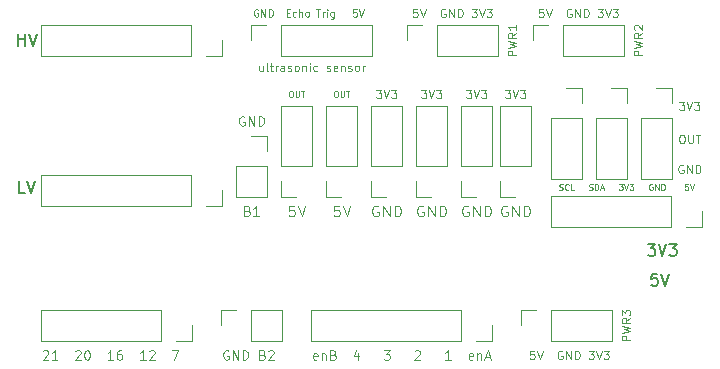
<source format=gto>
G04 #@! TF.GenerationSoftware,KiCad,Pcbnew,8.0.8*
G04 #@! TF.CreationDate,2025-04-06T11:28:41+01:00*
G04 #@! TF.ProjectId,flexbot_PCB07,666c6578-626f-4745-9f50-434230372e6b,rev?*
G04 #@! TF.SameCoordinates,Original*
G04 #@! TF.FileFunction,Legend,Top*
G04 #@! TF.FilePolarity,Positive*
%FSLAX46Y46*%
G04 Gerber Fmt 4.6, Leading zero omitted, Abs format (unit mm)*
G04 Created by KiCad (PCBNEW 8.0.8) date 2025-04-06 11:28:41*
%MOMM*%
%LPD*%
G01*
G04 APERTURE LIST*
%ADD10C,0.100000*%
%ADD11C,0.120000*%
%ADD12C,0.150000*%
G04 APERTURE END LIST*
D10*
X76892190Y-33473847D02*
X77006476Y-33511942D01*
X77006476Y-33511942D02*
X77044571Y-33550038D01*
X77044571Y-33550038D02*
X77082667Y-33626228D01*
X77082667Y-33626228D02*
X77082667Y-33740514D01*
X77082667Y-33740514D02*
X77044571Y-33816704D01*
X77044571Y-33816704D02*
X77006476Y-33854800D01*
X77006476Y-33854800D02*
X76930286Y-33892895D01*
X76930286Y-33892895D02*
X76625524Y-33892895D01*
X76625524Y-33892895D02*
X76625524Y-33092895D01*
X76625524Y-33092895D02*
X76892190Y-33092895D01*
X76892190Y-33092895D02*
X76968381Y-33130990D01*
X76968381Y-33130990D02*
X77006476Y-33169085D01*
X77006476Y-33169085D02*
X77044571Y-33245276D01*
X77044571Y-33245276D02*
X77044571Y-33321466D01*
X77044571Y-33321466D02*
X77006476Y-33397657D01*
X77006476Y-33397657D02*
X76968381Y-33435752D01*
X76968381Y-33435752D02*
X76892190Y-33473847D01*
X76892190Y-33473847D02*
X76625524Y-33473847D01*
X77844571Y-33892895D02*
X77387428Y-33892895D01*
X77616000Y-33892895D02*
X77616000Y-33092895D01*
X77616000Y-33092895D02*
X77539809Y-33207180D01*
X77539809Y-33207180D02*
X77463619Y-33283371D01*
X77463619Y-33283371D02*
X77387428Y-33321466D01*
X59563712Y-45361085D02*
X59601808Y-45322990D01*
X59601808Y-45322990D02*
X59677998Y-45284895D01*
X59677998Y-45284895D02*
X59868474Y-45284895D01*
X59868474Y-45284895D02*
X59944665Y-45322990D01*
X59944665Y-45322990D02*
X59982760Y-45361085D01*
X59982760Y-45361085D02*
X60020855Y-45437276D01*
X60020855Y-45437276D02*
X60020855Y-45513466D01*
X60020855Y-45513466D02*
X59982760Y-45627752D01*
X59982760Y-45627752D02*
X59525617Y-46084895D01*
X59525617Y-46084895D02*
X60020855Y-46084895D01*
X60782760Y-46084895D02*
X60325617Y-46084895D01*
X60554189Y-46084895D02*
X60554189Y-45284895D01*
X60554189Y-45284895D02*
X60477998Y-45399180D01*
X60477998Y-45399180D02*
X60401808Y-45475371D01*
X60401808Y-45475371D02*
X60325617Y-45513466D01*
X62306570Y-45361085D02*
X62344666Y-45322990D01*
X62344666Y-45322990D02*
X62420856Y-45284895D01*
X62420856Y-45284895D02*
X62611332Y-45284895D01*
X62611332Y-45284895D02*
X62687523Y-45322990D01*
X62687523Y-45322990D02*
X62725618Y-45361085D01*
X62725618Y-45361085D02*
X62763713Y-45437276D01*
X62763713Y-45437276D02*
X62763713Y-45513466D01*
X62763713Y-45513466D02*
X62725618Y-45627752D01*
X62725618Y-45627752D02*
X62268475Y-46084895D01*
X62268475Y-46084895D02*
X62763713Y-46084895D01*
X63258952Y-45284895D02*
X63335142Y-45284895D01*
X63335142Y-45284895D02*
X63411333Y-45322990D01*
X63411333Y-45322990D02*
X63449428Y-45361085D01*
X63449428Y-45361085D02*
X63487523Y-45437276D01*
X63487523Y-45437276D02*
X63525618Y-45589657D01*
X63525618Y-45589657D02*
X63525618Y-45780133D01*
X63525618Y-45780133D02*
X63487523Y-45932514D01*
X63487523Y-45932514D02*
X63449428Y-46008704D01*
X63449428Y-46008704D02*
X63411333Y-46046800D01*
X63411333Y-46046800D02*
X63335142Y-46084895D01*
X63335142Y-46084895D02*
X63258952Y-46084895D01*
X63258952Y-46084895D02*
X63182761Y-46046800D01*
X63182761Y-46046800D02*
X63144666Y-46008704D01*
X63144666Y-46008704D02*
X63106571Y-45932514D01*
X63106571Y-45932514D02*
X63068475Y-45780133D01*
X63068475Y-45780133D02*
X63068475Y-45589657D01*
X63068475Y-45589657D02*
X63106571Y-45437276D01*
X63106571Y-45437276D02*
X63144666Y-45361085D01*
X63144666Y-45361085D02*
X63182761Y-45322990D01*
X63182761Y-45322990D02*
X63258952Y-45284895D01*
X65506571Y-46084895D02*
X65049428Y-46084895D01*
X65278000Y-46084895D02*
X65278000Y-45284895D01*
X65278000Y-45284895D02*
X65201809Y-45399180D01*
X65201809Y-45399180D02*
X65125619Y-45475371D01*
X65125619Y-45475371D02*
X65049428Y-45513466D01*
X66192286Y-45284895D02*
X66039905Y-45284895D01*
X66039905Y-45284895D02*
X65963714Y-45322990D01*
X65963714Y-45322990D02*
X65925619Y-45361085D01*
X65925619Y-45361085D02*
X65849429Y-45475371D01*
X65849429Y-45475371D02*
X65811333Y-45627752D01*
X65811333Y-45627752D02*
X65811333Y-45932514D01*
X65811333Y-45932514D02*
X65849429Y-46008704D01*
X65849429Y-46008704D02*
X65887524Y-46046800D01*
X65887524Y-46046800D02*
X65963714Y-46084895D01*
X65963714Y-46084895D02*
X66116095Y-46084895D01*
X66116095Y-46084895D02*
X66192286Y-46046800D01*
X66192286Y-46046800D02*
X66230381Y-46008704D01*
X66230381Y-46008704D02*
X66268476Y-45932514D01*
X66268476Y-45932514D02*
X66268476Y-45742038D01*
X66268476Y-45742038D02*
X66230381Y-45665847D01*
X66230381Y-45665847D02*
X66192286Y-45627752D01*
X66192286Y-45627752D02*
X66116095Y-45589657D01*
X66116095Y-45589657D02*
X65963714Y-45589657D01*
X65963714Y-45589657D02*
X65887524Y-45627752D01*
X65887524Y-45627752D02*
X65849429Y-45665847D01*
X65849429Y-45665847D02*
X65811333Y-45742038D01*
X68249429Y-46084895D02*
X67792286Y-46084895D01*
X68020858Y-46084895D02*
X68020858Y-45284895D01*
X68020858Y-45284895D02*
X67944667Y-45399180D01*
X67944667Y-45399180D02*
X67868477Y-45475371D01*
X67868477Y-45475371D02*
X67792286Y-45513466D01*
X68554191Y-45361085D02*
X68592287Y-45322990D01*
X68592287Y-45322990D02*
X68668477Y-45284895D01*
X68668477Y-45284895D02*
X68858953Y-45284895D01*
X68858953Y-45284895D02*
X68935144Y-45322990D01*
X68935144Y-45322990D02*
X68973239Y-45361085D01*
X68973239Y-45361085D02*
X69011334Y-45437276D01*
X69011334Y-45437276D02*
X69011334Y-45513466D01*
X69011334Y-45513466D02*
X68973239Y-45627752D01*
X68973239Y-45627752D02*
X68516096Y-46084895D01*
X68516096Y-46084895D02*
X69011334Y-46084895D01*
X70497049Y-45284895D02*
X71030383Y-45284895D01*
X71030383Y-45284895D02*
X70687525Y-46084895D01*
X75266761Y-45322990D02*
X75190571Y-45284895D01*
X75190571Y-45284895D02*
X75076285Y-45284895D01*
X75076285Y-45284895D02*
X74961999Y-45322990D01*
X74961999Y-45322990D02*
X74885809Y-45399180D01*
X74885809Y-45399180D02*
X74847714Y-45475371D01*
X74847714Y-45475371D02*
X74809618Y-45627752D01*
X74809618Y-45627752D02*
X74809618Y-45742038D01*
X74809618Y-45742038D02*
X74847714Y-45894419D01*
X74847714Y-45894419D02*
X74885809Y-45970609D01*
X74885809Y-45970609D02*
X74961999Y-46046800D01*
X74961999Y-46046800D02*
X75076285Y-46084895D01*
X75076285Y-46084895D02*
X75152476Y-46084895D01*
X75152476Y-46084895D02*
X75266761Y-46046800D01*
X75266761Y-46046800D02*
X75304857Y-46008704D01*
X75304857Y-46008704D02*
X75304857Y-45742038D01*
X75304857Y-45742038D02*
X75152476Y-45742038D01*
X75647714Y-46084895D02*
X75647714Y-45284895D01*
X75647714Y-45284895D02*
X76104857Y-46084895D01*
X76104857Y-46084895D02*
X76104857Y-45284895D01*
X76485809Y-46084895D02*
X76485809Y-45284895D01*
X76485809Y-45284895D02*
X76676285Y-45284895D01*
X76676285Y-45284895D02*
X76790571Y-45322990D01*
X76790571Y-45322990D02*
X76866761Y-45399180D01*
X76866761Y-45399180D02*
X76904856Y-45475371D01*
X76904856Y-45475371D02*
X76942952Y-45627752D01*
X76942952Y-45627752D02*
X76942952Y-45742038D01*
X76942952Y-45742038D02*
X76904856Y-45894419D01*
X76904856Y-45894419D02*
X76866761Y-45970609D01*
X76866761Y-45970609D02*
X76790571Y-46046800D01*
X76790571Y-46046800D02*
X76676285Y-46084895D01*
X76676285Y-46084895D02*
X76485809Y-46084895D01*
X78161999Y-45665847D02*
X78276285Y-45703942D01*
X78276285Y-45703942D02*
X78314380Y-45742038D01*
X78314380Y-45742038D02*
X78352476Y-45818228D01*
X78352476Y-45818228D02*
X78352476Y-45932514D01*
X78352476Y-45932514D02*
X78314380Y-46008704D01*
X78314380Y-46008704D02*
X78276285Y-46046800D01*
X78276285Y-46046800D02*
X78200095Y-46084895D01*
X78200095Y-46084895D02*
X77895333Y-46084895D01*
X77895333Y-46084895D02*
X77895333Y-45284895D01*
X77895333Y-45284895D02*
X78161999Y-45284895D01*
X78161999Y-45284895D02*
X78238190Y-45322990D01*
X78238190Y-45322990D02*
X78276285Y-45361085D01*
X78276285Y-45361085D02*
X78314380Y-45437276D01*
X78314380Y-45437276D02*
X78314380Y-45513466D01*
X78314380Y-45513466D02*
X78276285Y-45589657D01*
X78276285Y-45589657D02*
X78238190Y-45627752D01*
X78238190Y-45627752D02*
X78161999Y-45665847D01*
X78161999Y-45665847D02*
X77895333Y-45665847D01*
X78657237Y-45361085D02*
X78695333Y-45322990D01*
X78695333Y-45322990D02*
X78771523Y-45284895D01*
X78771523Y-45284895D02*
X78961999Y-45284895D01*
X78961999Y-45284895D02*
X79038190Y-45322990D01*
X79038190Y-45322990D02*
X79076285Y-45361085D01*
X79076285Y-45361085D02*
X79114380Y-45437276D01*
X79114380Y-45437276D02*
X79114380Y-45513466D01*
X79114380Y-45513466D02*
X79076285Y-45627752D01*
X79076285Y-45627752D02*
X78619142Y-46084895D01*
X78619142Y-46084895D02*
X79114380Y-46084895D01*
X82773141Y-46046800D02*
X82696950Y-46084895D01*
X82696950Y-46084895D02*
X82544569Y-46084895D01*
X82544569Y-46084895D02*
X82468379Y-46046800D01*
X82468379Y-46046800D02*
X82430283Y-45970609D01*
X82430283Y-45970609D02*
X82430283Y-45665847D01*
X82430283Y-45665847D02*
X82468379Y-45589657D01*
X82468379Y-45589657D02*
X82544569Y-45551561D01*
X82544569Y-45551561D02*
X82696950Y-45551561D01*
X82696950Y-45551561D02*
X82773141Y-45589657D01*
X82773141Y-45589657D02*
X82811236Y-45665847D01*
X82811236Y-45665847D02*
X82811236Y-45742038D01*
X82811236Y-45742038D02*
X82430283Y-45818228D01*
X83154093Y-45551561D02*
X83154093Y-46084895D01*
X83154093Y-45627752D02*
X83192188Y-45589657D01*
X83192188Y-45589657D02*
X83268378Y-45551561D01*
X83268378Y-45551561D02*
X83382664Y-45551561D01*
X83382664Y-45551561D02*
X83458855Y-45589657D01*
X83458855Y-45589657D02*
X83496950Y-45665847D01*
X83496950Y-45665847D02*
X83496950Y-46084895D01*
X84144569Y-45665847D02*
X84258855Y-45703942D01*
X84258855Y-45703942D02*
X84296950Y-45742038D01*
X84296950Y-45742038D02*
X84335046Y-45818228D01*
X84335046Y-45818228D02*
X84335046Y-45932514D01*
X84335046Y-45932514D02*
X84296950Y-46008704D01*
X84296950Y-46008704D02*
X84258855Y-46046800D01*
X84258855Y-46046800D02*
X84182665Y-46084895D01*
X84182665Y-46084895D02*
X83877903Y-46084895D01*
X83877903Y-46084895D02*
X83877903Y-45284895D01*
X83877903Y-45284895D02*
X84144569Y-45284895D01*
X84144569Y-45284895D02*
X84220760Y-45322990D01*
X84220760Y-45322990D02*
X84258855Y-45361085D01*
X84258855Y-45361085D02*
X84296950Y-45437276D01*
X84296950Y-45437276D02*
X84296950Y-45513466D01*
X84296950Y-45513466D02*
X84258855Y-45589657D01*
X84258855Y-45589657D02*
X84220760Y-45627752D01*
X84220760Y-45627752D02*
X84144569Y-45665847D01*
X84144569Y-45665847D02*
X83877903Y-45665847D01*
X86239808Y-45551561D02*
X86239808Y-46084895D01*
X86049332Y-45246800D02*
X85858855Y-45818228D01*
X85858855Y-45818228D02*
X86354094Y-45818228D01*
X88411237Y-45284895D02*
X88906475Y-45284895D01*
X88906475Y-45284895D02*
X88639809Y-45589657D01*
X88639809Y-45589657D02*
X88754094Y-45589657D01*
X88754094Y-45589657D02*
X88830285Y-45627752D01*
X88830285Y-45627752D02*
X88868380Y-45665847D01*
X88868380Y-45665847D02*
X88906475Y-45742038D01*
X88906475Y-45742038D02*
X88906475Y-45932514D01*
X88906475Y-45932514D02*
X88868380Y-46008704D01*
X88868380Y-46008704D02*
X88830285Y-46046800D01*
X88830285Y-46046800D02*
X88754094Y-46084895D01*
X88754094Y-46084895D02*
X88525523Y-46084895D01*
X88525523Y-46084895D02*
X88449332Y-46046800D01*
X88449332Y-46046800D02*
X88411237Y-46008704D01*
X91039809Y-45361085D02*
X91077905Y-45322990D01*
X91077905Y-45322990D02*
X91154095Y-45284895D01*
X91154095Y-45284895D02*
X91344571Y-45284895D01*
X91344571Y-45284895D02*
X91420762Y-45322990D01*
X91420762Y-45322990D02*
X91458857Y-45361085D01*
X91458857Y-45361085D02*
X91496952Y-45437276D01*
X91496952Y-45437276D02*
X91496952Y-45513466D01*
X91496952Y-45513466D02*
X91458857Y-45627752D01*
X91458857Y-45627752D02*
X91001714Y-46084895D01*
X91001714Y-46084895D02*
X91496952Y-46084895D01*
X94087429Y-46084895D02*
X93630286Y-46084895D01*
X93858858Y-46084895D02*
X93858858Y-45284895D01*
X93858858Y-45284895D02*
X93782667Y-45399180D01*
X93782667Y-45399180D02*
X93706477Y-45475371D01*
X93706477Y-45475371D02*
X93630286Y-45513466D01*
X95954097Y-46046800D02*
X95877906Y-46084895D01*
X95877906Y-46084895D02*
X95725525Y-46084895D01*
X95725525Y-46084895D02*
X95649335Y-46046800D01*
X95649335Y-46046800D02*
X95611239Y-45970609D01*
X95611239Y-45970609D02*
X95611239Y-45665847D01*
X95611239Y-45665847D02*
X95649335Y-45589657D01*
X95649335Y-45589657D02*
X95725525Y-45551561D01*
X95725525Y-45551561D02*
X95877906Y-45551561D01*
X95877906Y-45551561D02*
X95954097Y-45589657D01*
X95954097Y-45589657D02*
X95992192Y-45665847D01*
X95992192Y-45665847D02*
X95992192Y-45742038D01*
X95992192Y-45742038D02*
X95611239Y-45818228D01*
X96335049Y-45551561D02*
X96335049Y-46084895D01*
X96335049Y-45627752D02*
X96373144Y-45589657D01*
X96373144Y-45589657D02*
X96449334Y-45551561D01*
X96449334Y-45551561D02*
X96563620Y-45551561D01*
X96563620Y-45551561D02*
X96639811Y-45589657D01*
X96639811Y-45589657D02*
X96677906Y-45665847D01*
X96677906Y-45665847D02*
X96677906Y-46084895D01*
X97020763Y-45856323D02*
X97401716Y-45856323D01*
X96944573Y-46084895D02*
X97211240Y-45284895D01*
X97211240Y-45284895D02*
X97477906Y-46084895D01*
X109284633Y-44446666D02*
X108584633Y-44446666D01*
X108584633Y-44446666D02*
X108584633Y-44179999D01*
X108584633Y-44179999D02*
X108617966Y-44113333D01*
X108617966Y-44113333D02*
X108651300Y-44079999D01*
X108651300Y-44079999D02*
X108717966Y-44046666D01*
X108717966Y-44046666D02*
X108817966Y-44046666D01*
X108817966Y-44046666D02*
X108884633Y-44079999D01*
X108884633Y-44079999D02*
X108917966Y-44113333D01*
X108917966Y-44113333D02*
X108951300Y-44179999D01*
X108951300Y-44179999D02*
X108951300Y-44446666D01*
X108584633Y-43813333D02*
X109284633Y-43646666D01*
X109284633Y-43646666D02*
X108784633Y-43513333D01*
X108784633Y-43513333D02*
X109284633Y-43379999D01*
X109284633Y-43379999D02*
X108584633Y-43213333D01*
X109284633Y-42546666D02*
X108951300Y-42779999D01*
X109284633Y-42946666D02*
X108584633Y-42946666D01*
X108584633Y-42946666D02*
X108584633Y-42679999D01*
X108584633Y-42679999D02*
X108617966Y-42613333D01*
X108617966Y-42613333D02*
X108651300Y-42579999D01*
X108651300Y-42579999D02*
X108717966Y-42546666D01*
X108717966Y-42546666D02*
X108817966Y-42546666D01*
X108817966Y-42546666D02*
X108884633Y-42579999D01*
X108884633Y-42579999D02*
X108917966Y-42613333D01*
X108917966Y-42613333D02*
X108951300Y-42679999D01*
X108951300Y-42679999D02*
X108951300Y-42946666D01*
X108584633Y-42313333D02*
X108584633Y-41879999D01*
X108584633Y-41879999D02*
X108851300Y-42113333D01*
X108851300Y-42113333D02*
X108851300Y-42013333D01*
X108851300Y-42013333D02*
X108884633Y-41946666D01*
X108884633Y-41946666D02*
X108917966Y-41913333D01*
X108917966Y-41913333D02*
X108984633Y-41879999D01*
X108984633Y-41879999D02*
X109151300Y-41879999D01*
X109151300Y-41879999D02*
X109217966Y-41913333D01*
X109217966Y-41913333D02*
X109251300Y-41946666D01*
X109251300Y-41946666D02*
X109284633Y-42013333D01*
X109284633Y-42013333D02*
X109284633Y-42213333D01*
X109284633Y-42213333D02*
X109251300Y-42279999D01*
X109251300Y-42279999D02*
X109217966Y-42313333D01*
X110300633Y-20316666D02*
X109600633Y-20316666D01*
X109600633Y-20316666D02*
X109600633Y-20049999D01*
X109600633Y-20049999D02*
X109633966Y-19983333D01*
X109633966Y-19983333D02*
X109667300Y-19949999D01*
X109667300Y-19949999D02*
X109733966Y-19916666D01*
X109733966Y-19916666D02*
X109833966Y-19916666D01*
X109833966Y-19916666D02*
X109900633Y-19949999D01*
X109900633Y-19949999D02*
X109933966Y-19983333D01*
X109933966Y-19983333D02*
X109967300Y-20049999D01*
X109967300Y-20049999D02*
X109967300Y-20316666D01*
X109600633Y-19683333D02*
X110300633Y-19516666D01*
X110300633Y-19516666D02*
X109800633Y-19383333D01*
X109800633Y-19383333D02*
X110300633Y-19249999D01*
X110300633Y-19249999D02*
X109600633Y-19083333D01*
X110300633Y-18416666D02*
X109967300Y-18649999D01*
X110300633Y-18816666D02*
X109600633Y-18816666D01*
X109600633Y-18816666D02*
X109600633Y-18549999D01*
X109600633Y-18549999D02*
X109633966Y-18483333D01*
X109633966Y-18483333D02*
X109667300Y-18449999D01*
X109667300Y-18449999D02*
X109733966Y-18416666D01*
X109733966Y-18416666D02*
X109833966Y-18416666D01*
X109833966Y-18416666D02*
X109900633Y-18449999D01*
X109900633Y-18449999D02*
X109933966Y-18483333D01*
X109933966Y-18483333D02*
X109967300Y-18549999D01*
X109967300Y-18549999D02*
X109967300Y-18816666D01*
X109667300Y-18149999D02*
X109633966Y-18116666D01*
X109633966Y-18116666D02*
X109600633Y-18049999D01*
X109600633Y-18049999D02*
X109600633Y-17883333D01*
X109600633Y-17883333D02*
X109633966Y-17816666D01*
X109633966Y-17816666D02*
X109667300Y-17783333D01*
X109667300Y-17783333D02*
X109733966Y-17749999D01*
X109733966Y-17749999D02*
X109800633Y-17749999D01*
X109800633Y-17749999D02*
X109900633Y-17783333D01*
X109900633Y-17783333D02*
X110300633Y-18183333D01*
X110300633Y-18183333D02*
X110300633Y-17749999D01*
X99632633Y-20316666D02*
X98932633Y-20316666D01*
X98932633Y-20316666D02*
X98932633Y-20049999D01*
X98932633Y-20049999D02*
X98965966Y-19983333D01*
X98965966Y-19983333D02*
X98999300Y-19949999D01*
X98999300Y-19949999D02*
X99065966Y-19916666D01*
X99065966Y-19916666D02*
X99165966Y-19916666D01*
X99165966Y-19916666D02*
X99232633Y-19949999D01*
X99232633Y-19949999D02*
X99265966Y-19983333D01*
X99265966Y-19983333D02*
X99299300Y-20049999D01*
X99299300Y-20049999D02*
X99299300Y-20316666D01*
X98932633Y-19683333D02*
X99632633Y-19516666D01*
X99632633Y-19516666D02*
X99132633Y-19383333D01*
X99132633Y-19383333D02*
X99632633Y-19249999D01*
X99632633Y-19249999D02*
X98932633Y-19083333D01*
X99632633Y-18416666D02*
X99299300Y-18649999D01*
X99632633Y-18816666D02*
X98932633Y-18816666D01*
X98932633Y-18816666D02*
X98932633Y-18549999D01*
X98932633Y-18549999D02*
X98965966Y-18483333D01*
X98965966Y-18483333D02*
X98999300Y-18449999D01*
X98999300Y-18449999D02*
X99065966Y-18416666D01*
X99065966Y-18416666D02*
X99165966Y-18416666D01*
X99165966Y-18416666D02*
X99232633Y-18449999D01*
X99232633Y-18449999D02*
X99265966Y-18483333D01*
X99265966Y-18483333D02*
X99299300Y-18549999D01*
X99299300Y-18549999D02*
X99299300Y-18816666D01*
X99632633Y-17749999D02*
X99632633Y-18149999D01*
X99632633Y-17949999D02*
X98932633Y-17949999D01*
X98932633Y-17949999D02*
X99032633Y-18016666D01*
X99032633Y-18016666D02*
X99099300Y-18083333D01*
X99099300Y-18083333D02*
X99132633Y-18149999D01*
X78162667Y-21187966D02*
X78162667Y-21654633D01*
X77862667Y-21187966D02*
X77862667Y-21554633D01*
X77862667Y-21554633D02*
X77896001Y-21621300D01*
X77896001Y-21621300D02*
X77962667Y-21654633D01*
X77962667Y-21654633D02*
X78062667Y-21654633D01*
X78062667Y-21654633D02*
X78129334Y-21621300D01*
X78129334Y-21621300D02*
X78162667Y-21587966D01*
X78596000Y-21654633D02*
X78529334Y-21621300D01*
X78529334Y-21621300D02*
X78496000Y-21554633D01*
X78496000Y-21554633D02*
X78496000Y-20954633D01*
X78762667Y-21187966D02*
X79029334Y-21187966D01*
X78862667Y-20954633D02*
X78862667Y-21554633D01*
X78862667Y-21554633D02*
X78896001Y-21621300D01*
X78896001Y-21621300D02*
X78962667Y-21654633D01*
X78962667Y-21654633D02*
X79029334Y-21654633D01*
X79262667Y-21654633D02*
X79262667Y-21187966D01*
X79262667Y-21321300D02*
X79296001Y-21254633D01*
X79296001Y-21254633D02*
X79329334Y-21221300D01*
X79329334Y-21221300D02*
X79396001Y-21187966D01*
X79396001Y-21187966D02*
X79462667Y-21187966D01*
X79996000Y-21654633D02*
X79996000Y-21287966D01*
X79996000Y-21287966D02*
X79962667Y-21221300D01*
X79962667Y-21221300D02*
X79896000Y-21187966D01*
X79896000Y-21187966D02*
X79762667Y-21187966D01*
X79762667Y-21187966D02*
X79696000Y-21221300D01*
X79996000Y-21621300D02*
X79929334Y-21654633D01*
X79929334Y-21654633D02*
X79762667Y-21654633D01*
X79762667Y-21654633D02*
X79696000Y-21621300D01*
X79696000Y-21621300D02*
X79662667Y-21554633D01*
X79662667Y-21554633D02*
X79662667Y-21487966D01*
X79662667Y-21487966D02*
X79696000Y-21421300D01*
X79696000Y-21421300D02*
X79762667Y-21387966D01*
X79762667Y-21387966D02*
X79929334Y-21387966D01*
X79929334Y-21387966D02*
X79996000Y-21354633D01*
X80296000Y-21621300D02*
X80362667Y-21654633D01*
X80362667Y-21654633D02*
X80496000Y-21654633D01*
X80496000Y-21654633D02*
X80562667Y-21621300D01*
X80562667Y-21621300D02*
X80596000Y-21554633D01*
X80596000Y-21554633D02*
X80596000Y-21521300D01*
X80596000Y-21521300D02*
X80562667Y-21454633D01*
X80562667Y-21454633D02*
X80496000Y-21421300D01*
X80496000Y-21421300D02*
X80396000Y-21421300D01*
X80396000Y-21421300D02*
X80329333Y-21387966D01*
X80329333Y-21387966D02*
X80296000Y-21321300D01*
X80296000Y-21321300D02*
X80296000Y-21287966D01*
X80296000Y-21287966D02*
X80329333Y-21221300D01*
X80329333Y-21221300D02*
X80396000Y-21187966D01*
X80396000Y-21187966D02*
X80496000Y-21187966D01*
X80496000Y-21187966D02*
X80562667Y-21221300D01*
X80996000Y-21654633D02*
X80929334Y-21621300D01*
X80929334Y-21621300D02*
X80896000Y-21587966D01*
X80896000Y-21587966D02*
X80862667Y-21521300D01*
X80862667Y-21521300D02*
X80862667Y-21321300D01*
X80862667Y-21321300D02*
X80896000Y-21254633D01*
X80896000Y-21254633D02*
X80929334Y-21221300D01*
X80929334Y-21221300D02*
X80996000Y-21187966D01*
X80996000Y-21187966D02*
X81096000Y-21187966D01*
X81096000Y-21187966D02*
X81162667Y-21221300D01*
X81162667Y-21221300D02*
X81196000Y-21254633D01*
X81196000Y-21254633D02*
X81229334Y-21321300D01*
X81229334Y-21321300D02*
X81229334Y-21521300D01*
X81229334Y-21521300D02*
X81196000Y-21587966D01*
X81196000Y-21587966D02*
X81162667Y-21621300D01*
X81162667Y-21621300D02*
X81096000Y-21654633D01*
X81096000Y-21654633D02*
X80996000Y-21654633D01*
X81529333Y-21187966D02*
X81529333Y-21654633D01*
X81529333Y-21254633D02*
X81562667Y-21221300D01*
X81562667Y-21221300D02*
X81629333Y-21187966D01*
X81629333Y-21187966D02*
X81729333Y-21187966D01*
X81729333Y-21187966D02*
X81796000Y-21221300D01*
X81796000Y-21221300D02*
X81829333Y-21287966D01*
X81829333Y-21287966D02*
X81829333Y-21654633D01*
X82162666Y-21654633D02*
X82162666Y-21187966D01*
X82162666Y-20954633D02*
X82129333Y-20987966D01*
X82129333Y-20987966D02*
X82162666Y-21021300D01*
X82162666Y-21021300D02*
X82196000Y-20987966D01*
X82196000Y-20987966D02*
X82162666Y-20954633D01*
X82162666Y-20954633D02*
X82162666Y-21021300D01*
X82795999Y-21621300D02*
X82729333Y-21654633D01*
X82729333Y-21654633D02*
X82595999Y-21654633D01*
X82595999Y-21654633D02*
X82529333Y-21621300D01*
X82529333Y-21621300D02*
X82495999Y-21587966D01*
X82495999Y-21587966D02*
X82462666Y-21521300D01*
X82462666Y-21521300D02*
X82462666Y-21321300D01*
X82462666Y-21321300D02*
X82495999Y-21254633D01*
X82495999Y-21254633D02*
X82529333Y-21221300D01*
X82529333Y-21221300D02*
X82595999Y-21187966D01*
X82595999Y-21187966D02*
X82729333Y-21187966D01*
X82729333Y-21187966D02*
X82795999Y-21221300D01*
X83595999Y-21621300D02*
X83662666Y-21654633D01*
X83662666Y-21654633D02*
X83795999Y-21654633D01*
X83795999Y-21654633D02*
X83862666Y-21621300D01*
X83862666Y-21621300D02*
X83895999Y-21554633D01*
X83895999Y-21554633D02*
X83895999Y-21521300D01*
X83895999Y-21521300D02*
X83862666Y-21454633D01*
X83862666Y-21454633D02*
X83795999Y-21421300D01*
X83795999Y-21421300D02*
X83695999Y-21421300D01*
X83695999Y-21421300D02*
X83629332Y-21387966D01*
X83629332Y-21387966D02*
X83595999Y-21321300D01*
X83595999Y-21321300D02*
X83595999Y-21287966D01*
X83595999Y-21287966D02*
X83629332Y-21221300D01*
X83629332Y-21221300D02*
X83695999Y-21187966D01*
X83695999Y-21187966D02*
X83795999Y-21187966D01*
X83795999Y-21187966D02*
X83862666Y-21221300D01*
X84462666Y-21621300D02*
X84395999Y-21654633D01*
X84395999Y-21654633D02*
X84262666Y-21654633D01*
X84262666Y-21654633D02*
X84195999Y-21621300D01*
X84195999Y-21621300D02*
X84162666Y-21554633D01*
X84162666Y-21554633D02*
X84162666Y-21287966D01*
X84162666Y-21287966D02*
X84195999Y-21221300D01*
X84195999Y-21221300D02*
X84262666Y-21187966D01*
X84262666Y-21187966D02*
X84395999Y-21187966D01*
X84395999Y-21187966D02*
X84462666Y-21221300D01*
X84462666Y-21221300D02*
X84495999Y-21287966D01*
X84495999Y-21287966D02*
X84495999Y-21354633D01*
X84495999Y-21354633D02*
X84162666Y-21421300D01*
X84795999Y-21187966D02*
X84795999Y-21654633D01*
X84795999Y-21254633D02*
X84829333Y-21221300D01*
X84829333Y-21221300D02*
X84895999Y-21187966D01*
X84895999Y-21187966D02*
X84995999Y-21187966D01*
X84995999Y-21187966D02*
X85062666Y-21221300D01*
X85062666Y-21221300D02*
X85095999Y-21287966D01*
X85095999Y-21287966D02*
X85095999Y-21654633D01*
X85395999Y-21621300D02*
X85462666Y-21654633D01*
X85462666Y-21654633D02*
X85595999Y-21654633D01*
X85595999Y-21654633D02*
X85662666Y-21621300D01*
X85662666Y-21621300D02*
X85695999Y-21554633D01*
X85695999Y-21554633D02*
X85695999Y-21521300D01*
X85695999Y-21521300D02*
X85662666Y-21454633D01*
X85662666Y-21454633D02*
X85595999Y-21421300D01*
X85595999Y-21421300D02*
X85495999Y-21421300D01*
X85495999Y-21421300D02*
X85429332Y-21387966D01*
X85429332Y-21387966D02*
X85395999Y-21321300D01*
X85395999Y-21321300D02*
X85395999Y-21287966D01*
X85395999Y-21287966D02*
X85429332Y-21221300D01*
X85429332Y-21221300D02*
X85495999Y-21187966D01*
X85495999Y-21187966D02*
X85595999Y-21187966D01*
X85595999Y-21187966D02*
X85662666Y-21221300D01*
X86095999Y-21654633D02*
X86029333Y-21621300D01*
X86029333Y-21621300D02*
X85995999Y-21587966D01*
X85995999Y-21587966D02*
X85962666Y-21521300D01*
X85962666Y-21521300D02*
X85962666Y-21321300D01*
X85962666Y-21321300D02*
X85995999Y-21254633D01*
X85995999Y-21254633D02*
X86029333Y-21221300D01*
X86029333Y-21221300D02*
X86095999Y-21187966D01*
X86095999Y-21187966D02*
X86195999Y-21187966D01*
X86195999Y-21187966D02*
X86262666Y-21221300D01*
X86262666Y-21221300D02*
X86295999Y-21254633D01*
X86295999Y-21254633D02*
X86329333Y-21321300D01*
X86329333Y-21321300D02*
X86329333Y-21521300D01*
X86329333Y-21521300D02*
X86295999Y-21587966D01*
X86295999Y-21587966D02*
X86262666Y-21621300D01*
X86262666Y-21621300D02*
X86195999Y-21654633D01*
X86195999Y-21654633D02*
X86095999Y-21654633D01*
X86629332Y-21654633D02*
X86629332Y-21187966D01*
X86629332Y-21321300D02*
X86662666Y-21254633D01*
X86662666Y-21254633D02*
X86695999Y-21221300D01*
X86695999Y-21221300D02*
X86762666Y-21187966D01*
X86762666Y-21187966D02*
X86829332Y-21187966D01*
X101173334Y-45338633D02*
X100840000Y-45338633D01*
X100840000Y-45338633D02*
X100806667Y-45671966D01*
X100806667Y-45671966D02*
X100840000Y-45638633D01*
X100840000Y-45638633D02*
X100906667Y-45605300D01*
X100906667Y-45605300D02*
X101073334Y-45605300D01*
X101073334Y-45605300D02*
X101140000Y-45638633D01*
X101140000Y-45638633D02*
X101173334Y-45671966D01*
X101173334Y-45671966D02*
X101206667Y-45738633D01*
X101206667Y-45738633D02*
X101206667Y-45905300D01*
X101206667Y-45905300D02*
X101173334Y-45971966D01*
X101173334Y-45971966D02*
X101140000Y-46005300D01*
X101140000Y-46005300D02*
X101073334Y-46038633D01*
X101073334Y-46038633D02*
X100906667Y-46038633D01*
X100906667Y-46038633D02*
X100840000Y-46005300D01*
X100840000Y-46005300D02*
X100806667Y-45971966D01*
X101406667Y-45338633D02*
X101640001Y-46038633D01*
X101640001Y-46038633D02*
X101873334Y-45338633D01*
X103540000Y-45371966D02*
X103473333Y-45338633D01*
X103473333Y-45338633D02*
X103373333Y-45338633D01*
X103373333Y-45338633D02*
X103273333Y-45371966D01*
X103273333Y-45371966D02*
X103206667Y-45438633D01*
X103206667Y-45438633D02*
X103173333Y-45505300D01*
X103173333Y-45505300D02*
X103140000Y-45638633D01*
X103140000Y-45638633D02*
X103140000Y-45738633D01*
X103140000Y-45738633D02*
X103173333Y-45871966D01*
X103173333Y-45871966D02*
X103206667Y-45938633D01*
X103206667Y-45938633D02*
X103273333Y-46005300D01*
X103273333Y-46005300D02*
X103373333Y-46038633D01*
X103373333Y-46038633D02*
X103440000Y-46038633D01*
X103440000Y-46038633D02*
X103540000Y-46005300D01*
X103540000Y-46005300D02*
X103573333Y-45971966D01*
X103573333Y-45971966D02*
X103573333Y-45738633D01*
X103573333Y-45738633D02*
X103440000Y-45738633D01*
X103873333Y-46038633D02*
X103873333Y-45338633D01*
X103873333Y-45338633D02*
X104273333Y-46038633D01*
X104273333Y-46038633D02*
X104273333Y-45338633D01*
X104606666Y-46038633D02*
X104606666Y-45338633D01*
X104606666Y-45338633D02*
X104773333Y-45338633D01*
X104773333Y-45338633D02*
X104873333Y-45371966D01*
X104873333Y-45371966D02*
X104940000Y-45438633D01*
X104940000Y-45438633D02*
X104973333Y-45505300D01*
X104973333Y-45505300D02*
X105006666Y-45638633D01*
X105006666Y-45638633D02*
X105006666Y-45738633D01*
X105006666Y-45738633D02*
X104973333Y-45871966D01*
X104973333Y-45871966D02*
X104940000Y-45938633D01*
X104940000Y-45938633D02*
X104873333Y-46005300D01*
X104873333Y-46005300D02*
X104773333Y-46038633D01*
X104773333Y-46038633D02*
X104606666Y-46038633D01*
X105773333Y-45338633D02*
X106206666Y-45338633D01*
X106206666Y-45338633D02*
X105973333Y-45605300D01*
X105973333Y-45605300D02*
X106073333Y-45605300D01*
X106073333Y-45605300D02*
X106139999Y-45638633D01*
X106139999Y-45638633D02*
X106173333Y-45671966D01*
X106173333Y-45671966D02*
X106206666Y-45738633D01*
X106206666Y-45738633D02*
X106206666Y-45905300D01*
X106206666Y-45905300D02*
X106173333Y-45971966D01*
X106173333Y-45971966D02*
X106139999Y-46005300D01*
X106139999Y-46005300D02*
X106073333Y-46038633D01*
X106073333Y-46038633D02*
X105873333Y-46038633D01*
X105873333Y-46038633D02*
X105806666Y-46005300D01*
X105806666Y-46005300D02*
X105773333Y-45971966D01*
X106406666Y-45338633D02*
X106640000Y-46038633D01*
X106640000Y-46038633D02*
X106873333Y-45338633D01*
X107040000Y-45338633D02*
X107473333Y-45338633D01*
X107473333Y-45338633D02*
X107240000Y-45605300D01*
X107240000Y-45605300D02*
X107340000Y-45605300D01*
X107340000Y-45605300D02*
X107406666Y-45638633D01*
X107406666Y-45638633D02*
X107440000Y-45671966D01*
X107440000Y-45671966D02*
X107473333Y-45738633D01*
X107473333Y-45738633D02*
X107473333Y-45905300D01*
X107473333Y-45905300D02*
X107440000Y-45971966D01*
X107440000Y-45971966D02*
X107406666Y-46005300D01*
X107406666Y-46005300D02*
X107340000Y-46038633D01*
X107340000Y-46038633D02*
X107140000Y-46038633D01*
X107140000Y-46038633D02*
X107073333Y-46005300D01*
X107073333Y-46005300D02*
X107040000Y-45971966D01*
X101935334Y-16382633D02*
X101602000Y-16382633D01*
X101602000Y-16382633D02*
X101568667Y-16715966D01*
X101568667Y-16715966D02*
X101602000Y-16682633D01*
X101602000Y-16682633D02*
X101668667Y-16649300D01*
X101668667Y-16649300D02*
X101835334Y-16649300D01*
X101835334Y-16649300D02*
X101902000Y-16682633D01*
X101902000Y-16682633D02*
X101935334Y-16715966D01*
X101935334Y-16715966D02*
X101968667Y-16782633D01*
X101968667Y-16782633D02*
X101968667Y-16949300D01*
X101968667Y-16949300D02*
X101935334Y-17015966D01*
X101935334Y-17015966D02*
X101902000Y-17049300D01*
X101902000Y-17049300D02*
X101835334Y-17082633D01*
X101835334Y-17082633D02*
X101668667Y-17082633D01*
X101668667Y-17082633D02*
X101602000Y-17049300D01*
X101602000Y-17049300D02*
X101568667Y-17015966D01*
X102168667Y-16382633D02*
X102402001Y-17082633D01*
X102402001Y-17082633D02*
X102635334Y-16382633D01*
X104302000Y-16415966D02*
X104235333Y-16382633D01*
X104235333Y-16382633D02*
X104135333Y-16382633D01*
X104135333Y-16382633D02*
X104035333Y-16415966D01*
X104035333Y-16415966D02*
X103968667Y-16482633D01*
X103968667Y-16482633D02*
X103935333Y-16549300D01*
X103935333Y-16549300D02*
X103902000Y-16682633D01*
X103902000Y-16682633D02*
X103902000Y-16782633D01*
X103902000Y-16782633D02*
X103935333Y-16915966D01*
X103935333Y-16915966D02*
X103968667Y-16982633D01*
X103968667Y-16982633D02*
X104035333Y-17049300D01*
X104035333Y-17049300D02*
X104135333Y-17082633D01*
X104135333Y-17082633D02*
X104202000Y-17082633D01*
X104202000Y-17082633D02*
X104302000Y-17049300D01*
X104302000Y-17049300D02*
X104335333Y-17015966D01*
X104335333Y-17015966D02*
X104335333Y-16782633D01*
X104335333Y-16782633D02*
X104202000Y-16782633D01*
X104635333Y-17082633D02*
X104635333Y-16382633D01*
X104635333Y-16382633D02*
X105035333Y-17082633D01*
X105035333Y-17082633D02*
X105035333Y-16382633D01*
X105368666Y-17082633D02*
X105368666Y-16382633D01*
X105368666Y-16382633D02*
X105535333Y-16382633D01*
X105535333Y-16382633D02*
X105635333Y-16415966D01*
X105635333Y-16415966D02*
X105702000Y-16482633D01*
X105702000Y-16482633D02*
X105735333Y-16549300D01*
X105735333Y-16549300D02*
X105768666Y-16682633D01*
X105768666Y-16682633D02*
X105768666Y-16782633D01*
X105768666Y-16782633D02*
X105735333Y-16915966D01*
X105735333Y-16915966D02*
X105702000Y-16982633D01*
X105702000Y-16982633D02*
X105635333Y-17049300D01*
X105635333Y-17049300D02*
X105535333Y-17082633D01*
X105535333Y-17082633D02*
X105368666Y-17082633D01*
X106535333Y-16382633D02*
X106968666Y-16382633D01*
X106968666Y-16382633D02*
X106735333Y-16649300D01*
X106735333Y-16649300D02*
X106835333Y-16649300D01*
X106835333Y-16649300D02*
X106901999Y-16682633D01*
X106901999Y-16682633D02*
X106935333Y-16715966D01*
X106935333Y-16715966D02*
X106968666Y-16782633D01*
X106968666Y-16782633D02*
X106968666Y-16949300D01*
X106968666Y-16949300D02*
X106935333Y-17015966D01*
X106935333Y-17015966D02*
X106901999Y-17049300D01*
X106901999Y-17049300D02*
X106835333Y-17082633D01*
X106835333Y-17082633D02*
X106635333Y-17082633D01*
X106635333Y-17082633D02*
X106568666Y-17049300D01*
X106568666Y-17049300D02*
X106535333Y-17015966D01*
X107168666Y-16382633D02*
X107402000Y-17082633D01*
X107402000Y-17082633D02*
X107635333Y-16382633D01*
X107802000Y-16382633D02*
X108235333Y-16382633D01*
X108235333Y-16382633D02*
X108002000Y-16649300D01*
X108002000Y-16649300D02*
X108102000Y-16649300D01*
X108102000Y-16649300D02*
X108168666Y-16682633D01*
X108168666Y-16682633D02*
X108202000Y-16715966D01*
X108202000Y-16715966D02*
X108235333Y-16782633D01*
X108235333Y-16782633D02*
X108235333Y-16949300D01*
X108235333Y-16949300D02*
X108202000Y-17015966D01*
X108202000Y-17015966D02*
X108168666Y-17049300D01*
X108168666Y-17049300D02*
X108102000Y-17082633D01*
X108102000Y-17082633D02*
X107902000Y-17082633D01*
X107902000Y-17082633D02*
X107835333Y-17049300D01*
X107835333Y-17049300D02*
X107802000Y-17015966D01*
D11*
X80854571Y-33038117D02*
X80425999Y-33038117D01*
X80425999Y-33038117D02*
X80383142Y-33466688D01*
X80383142Y-33466688D02*
X80425999Y-33423831D01*
X80425999Y-33423831D02*
X80511714Y-33380974D01*
X80511714Y-33380974D02*
X80725999Y-33380974D01*
X80725999Y-33380974D02*
X80811714Y-33423831D01*
X80811714Y-33423831D02*
X80854571Y-33466688D01*
X80854571Y-33466688D02*
X80897428Y-33552402D01*
X80897428Y-33552402D02*
X80897428Y-33766688D01*
X80897428Y-33766688D02*
X80854571Y-33852402D01*
X80854571Y-33852402D02*
X80811714Y-33895260D01*
X80811714Y-33895260D02*
X80725999Y-33938117D01*
X80725999Y-33938117D02*
X80511714Y-33938117D01*
X80511714Y-33938117D02*
X80425999Y-33895260D01*
X80425999Y-33895260D02*
X80383142Y-33852402D01*
X81154571Y-33038117D02*
X81454571Y-33938117D01*
X81454571Y-33938117D02*
X81754571Y-33038117D01*
X84664571Y-33038117D02*
X84235999Y-33038117D01*
X84235999Y-33038117D02*
X84193142Y-33466688D01*
X84193142Y-33466688D02*
X84235999Y-33423831D01*
X84235999Y-33423831D02*
X84321714Y-33380974D01*
X84321714Y-33380974D02*
X84535999Y-33380974D01*
X84535999Y-33380974D02*
X84621714Y-33423831D01*
X84621714Y-33423831D02*
X84664571Y-33466688D01*
X84664571Y-33466688D02*
X84707428Y-33552402D01*
X84707428Y-33552402D02*
X84707428Y-33766688D01*
X84707428Y-33766688D02*
X84664571Y-33852402D01*
X84664571Y-33852402D02*
X84621714Y-33895260D01*
X84621714Y-33895260D02*
X84535999Y-33938117D01*
X84535999Y-33938117D02*
X84321714Y-33938117D01*
X84321714Y-33938117D02*
X84235999Y-33895260D01*
X84235999Y-33895260D02*
X84193142Y-33852402D01*
X84964571Y-33038117D02*
X85264571Y-33938117D01*
X85264571Y-33938117D02*
X85564571Y-33038117D01*
X87960286Y-33080974D02*
X87874572Y-33038117D01*
X87874572Y-33038117D02*
X87746000Y-33038117D01*
X87746000Y-33038117D02*
X87617429Y-33080974D01*
X87617429Y-33080974D02*
X87531714Y-33166688D01*
X87531714Y-33166688D02*
X87488857Y-33252402D01*
X87488857Y-33252402D02*
X87446000Y-33423831D01*
X87446000Y-33423831D02*
X87446000Y-33552402D01*
X87446000Y-33552402D02*
X87488857Y-33723831D01*
X87488857Y-33723831D02*
X87531714Y-33809545D01*
X87531714Y-33809545D02*
X87617429Y-33895260D01*
X87617429Y-33895260D02*
X87746000Y-33938117D01*
X87746000Y-33938117D02*
X87831714Y-33938117D01*
X87831714Y-33938117D02*
X87960286Y-33895260D01*
X87960286Y-33895260D02*
X88003143Y-33852402D01*
X88003143Y-33852402D02*
X88003143Y-33552402D01*
X88003143Y-33552402D02*
X87831714Y-33552402D01*
X88388857Y-33938117D02*
X88388857Y-33038117D01*
X88388857Y-33038117D02*
X88903143Y-33938117D01*
X88903143Y-33938117D02*
X88903143Y-33038117D01*
X89331714Y-33938117D02*
X89331714Y-33038117D01*
X89331714Y-33038117D02*
X89546000Y-33038117D01*
X89546000Y-33038117D02*
X89674571Y-33080974D01*
X89674571Y-33080974D02*
X89760286Y-33166688D01*
X89760286Y-33166688D02*
X89803143Y-33252402D01*
X89803143Y-33252402D02*
X89846000Y-33423831D01*
X89846000Y-33423831D02*
X89846000Y-33552402D01*
X89846000Y-33552402D02*
X89803143Y-33723831D01*
X89803143Y-33723831D02*
X89760286Y-33809545D01*
X89760286Y-33809545D02*
X89674571Y-33895260D01*
X89674571Y-33895260D02*
X89546000Y-33938117D01*
X89546000Y-33938117D02*
X89331714Y-33938117D01*
X91770286Y-33080974D02*
X91684572Y-33038117D01*
X91684572Y-33038117D02*
X91556000Y-33038117D01*
X91556000Y-33038117D02*
X91427429Y-33080974D01*
X91427429Y-33080974D02*
X91341714Y-33166688D01*
X91341714Y-33166688D02*
X91298857Y-33252402D01*
X91298857Y-33252402D02*
X91256000Y-33423831D01*
X91256000Y-33423831D02*
X91256000Y-33552402D01*
X91256000Y-33552402D02*
X91298857Y-33723831D01*
X91298857Y-33723831D02*
X91341714Y-33809545D01*
X91341714Y-33809545D02*
X91427429Y-33895260D01*
X91427429Y-33895260D02*
X91556000Y-33938117D01*
X91556000Y-33938117D02*
X91641714Y-33938117D01*
X91641714Y-33938117D02*
X91770286Y-33895260D01*
X91770286Y-33895260D02*
X91813143Y-33852402D01*
X91813143Y-33852402D02*
X91813143Y-33552402D01*
X91813143Y-33552402D02*
X91641714Y-33552402D01*
X92198857Y-33938117D02*
X92198857Y-33038117D01*
X92198857Y-33038117D02*
X92713143Y-33938117D01*
X92713143Y-33938117D02*
X92713143Y-33038117D01*
X93141714Y-33938117D02*
X93141714Y-33038117D01*
X93141714Y-33038117D02*
X93356000Y-33038117D01*
X93356000Y-33038117D02*
X93484571Y-33080974D01*
X93484571Y-33080974D02*
X93570286Y-33166688D01*
X93570286Y-33166688D02*
X93613143Y-33252402D01*
X93613143Y-33252402D02*
X93656000Y-33423831D01*
X93656000Y-33423831D02*
X93656000Y-33552402D01*
X93656000Y-33552402D02*
X93613143Y-33723831D01*
X93613143Y-33723831D02*
X93570286Y-33809545D01*
X93570286Y-33809545D02*
X93484571Y-33895260D01*
X93484571Y-33895260D02*
X93356000Y-33938117D01*
X93356000Y-33938117D02*
X93141714Y-33938117D01*
X95580286Y-33080974D02*
X95494572Y-33038117D01*
X95494572Y-33038117D02*
X95366000Y-33038117D01*
X95366000Y-33038117D02*
X95237429Y-33080974D01*
X95237429Y-33080974D02*
X95151714Y-33166688D01*
X95151714Y-33166688D02*
X95108857Y-33252402D01*
X95108857Y-33252402D02*
X95066000Y-33423831D01*
X95066000Y-33423831D02*
X95066000Y-33552402D01*
X95066000Y-33552402D02*
X95108857Y-33723831D01*
X95108857Y-33723831D02*
X95151714Y-33809545D01*
X95151714Y-33809545D02*
X95237429Y-33895260D01*
X95237429Y-33895260D02*
X95366000Y-33938117D01*
X95366000Y-33938117D02*
X95451714Y-33938117D01*
X95451714Y-33938117D02*
X95580286Y-33895260D01*
X95580286Y-33895260D02*
X95623143Y-33852402D01*
X95623143Y-33852402D02*
X95623143Y-33552402D01*
X95623143Y-33552402D02*
X95451714Y-33552402D01*
X96008857Y-33938117D02*
X96008857Y-33038117D01*
X96008857Y-33038117D02*
X96523143Y-33938117D01*
X96523143Y-33938117D02*
X96523143Y-33038117D01*
X96951714Y-33938117D02*
X96951714Y-33038117D01*
X96951714Y-33038117D02*
X97166000Y-33038117D01*
X97166000Y-33038117D02*
X97294571Y-33080974D01*
X97294571Y-33080974D02*
X97380286Y-33166688D01*
X97380286Y-33166688D02*
X97423143Y-33252402D01*
X97423143Y-33252402D02*
X97466000Y-33423831D01*
X97466000Y-33423831D02*
X97466000Y-33552402D01*
X97466000Y-33552402D02*
X97423143Y-33723831D01*
X97423143Y-33723831D02*
X97380286Y-33809545D01*
X97380286Y-33809545D02*
X97294571Y-33895260D01*
X97294571Y-33895260D02*
X97166000Y-33938117D01*
X97166000Y-33938117D02*
X96951714Y-33938117D01*
X98882286Y-33080974D02*
X98796572Y-33038117D01*
X98796572Y-33038117D02*
X98668000Y-33038117D01*
X98668000Y-33038117D02*
X98539429Y-33080974D01*
X98539429Y-33080974D02*
X98453714Y-33166688D01*
X98453714Y-33166688D02*
X98410857Y-33252402D01*
X98410857Y-33252402D02*
X98368000Y-33423831D01*
X98368000Y-33423831D02*
X98368000Y-33552402D01*
X98368000Y-33552402D02*
X98410857Y-33723831D01*
X98410857Y-33723831D02*
X98453714Y-33809545D01*
X98453714Y-33809545D02*
X98539429Y-33895260D01*
X98539429Y-33895260D02*
X98668000Y-33938117D01*
X98668000Y-33938117D02*
X98753714Y-33938117D01*
X98753714Y-33938117D02*
X98882286Y-33895260D01*
X98882286Y-33895260D02*
X98925143Y-33852402D01*
X98925143Y-33852402D02*
X98925143Y-33552402D01*
X98925143Y-33552402D02*
X98753714Y-33552402D01*
X99310857Y-33938117D02*
X99310857Y-33038117D01*
X99310857Y-33038117D02*
X99825143Y-33938117D01*
X99825143Y-33938117D02*
X99825143Y-33038117D01*
X100253714Y-33938117D02*
X100253714Y-33038117D01*
X100253714Y-33038117D02*
X100468000Y-33038117D01*
X100468000Y-33038117D02*
X100596571Y-33080974D01*
X100596571Y-33080974D02*
X100682286Y-33166688D01*
X100682286Y-33166688D02*
X100725143Y-33252402D01*
X100725143Y-33252402D02*
X100768000Y-33423831D01*
X100768000Y-33423831D02*
X100768000Y-33552402D01*
X100768000Y-33552402D02*
X100725143Y-33723831D01*
X100725143Y-33723831D02*
X100682286Y-33809545D01*
X100682286Y-33809545D02*
X100596571Y-33895260D01*
X100596571Y-33895260D02*
X100468000Y-33938117D01*
X100468000Y-33938117D02*
X100253714Y-33938117D01*
D10*
X84335999Y-23348109D02*
X84431237Y-23348109D01*
X84431237Y-23348109D02*
X84478856Y-23371919D01*
X84478856Y-23371919D02*
X84526475Y-23419538D01*
X84526475Y-23419538D02*
X84550285Y-23514776D01*
X84550285Y-23514776D02*
X84550285Y-23681442D01*
X84550285Y-23681442D02*
X84526475Y-23776680D01*
X84526475Y-23776680D02*
X84478856Y-23824300D01*
X84478856Y-23824300D02*
X84431237Y-23848109D01*
X84431237Y-23848109D02*
X84335999Y-23848109D01*
X84335999Y-23848109D02*
X84288380Y-23824300D01*
X84288380Y-23824300D02*
X84240761Y-23776680D01*
X84240761Y-23776680D02*
X84216952Y-23681442D01*
X84216952Y-23681442D02*
X84216952Y-23514776D01*
X84216952Y-23514776D02*
X84240761Y-23419538D01*
X84240761Y-23419538D02*
X84288380Y-23371919D01*
X84288380Y-23371919D02*
X84335999Y-23348109D01*
X84764571Y-23348109D02*
X84764571Y-23752871D01*
X84764571Y-23752871D02*
X84788381Y-23800490D01*
X84788381Y-23800490D02*
X84812190Y-23824300D01*
X84812190Y-23824300D02*
X84859809Y-23848109D01*
X84859809Y-23848109D02*
X84955047Y-23848109D01*
X84955047Y-23848109D02*
X85002666Y-23824300D01*
X85002666Y-23824300D02*
X85026476Y-23800490D01*
X85026476Y-23800490D02*
X85050285Y-23752871D01*
X85050285Y-23752871D02*
X85050285Y-23348109D01*
X85216953Y-23348109D02*
X85502667Y-23348109D01*
X85359810Y-23848109D02*
X85359810Y-23348109D01*
X80525999Y-23348109D02*
X80621237Y-23348109D01*
X80621237Y-23348109D02*
X80668856Y-23371919D01*
X80668856Y-23371919D02*
X80716475Y-23419538D01*
X80716475Y-23419538D02*
X80740285Y-23514776D01*
X80740285Y-23514776D02*
X80740285Y-23681442D01*
X80740285Y-23681442D02*
X80716475Y-23776680D01*
X80716475Y-23776680D02*
X80668856Y-23824300D01*
X80668856Y-23824300D02*
X80621237Y-23848109D01*
X80621237Y-23848109D02*
X80525999Y-23848109D01*
X80525999Y-23848109D02*
X80478380Y-23824300D01*
X80478380Y-23824300D02*
X80430761Y-23776680D01*
X80430761Y-23776680D02*
X80406952Y-23681442D01*
X80406952Y-23681442D02*
X80406952Y-23514776D01*
X80406952Y-23514776D02*
X80430761Y-23419538D01*
X80430761Y-23419538D02*
X80478380Y-23371919D01*
X80478380Y-23371919D02*
X80525999Y-23348109D01*
X80954571Y-23348109D02*
X80954571Y-23752871D01*
X80954571Y-23752871D02*
X80978381Y-23800490D01*
X80978381Y-23800490D02*
X81002190Y-23824300D01*
X81002190Y-23824300D02*
X81049809Y-23848109D01*
X81049809Y-23848109D02*
X81145047Y-23848109D01*
X81145047Y-23848109D02*
X81192666Y-23824300D01*
X81192666Y-23824300D02*
X81216476Y-23800490D01*
X81216476Y-23800490D02*
X81240285Y-23752871D01*
X81240285Y-23752871D02*
X81240285Y-23348109D01*
X81406953Y-23348109D02*
X81692667Y-23348109D01*
X81549810Y-23848109D02*
X81549810Y-23348109D01*
X98701333Y-23240633D02*
X99134666Y-23240633D01*
X99134666Y-23240633D02*
X98901333Y-23507300D01*
X98901333Y-23507300D02*
X99001333Y-23507300D01*
X99001333Y-23507300D02*
X99067999Y-23540633D01*
X99067999Y-23540633D02*
X99101333Y-23573966D01*
X99101333Y-23573966D02*
X99134666Y-23640633D01*
X99134666Y-23640633D02*
X99134666Y-23807300D01*
X99134666Y-23807300D02*
X99101333Y-23873966D01*
X99101333Y-23873966D02*
X99067999Y-23907300D01*
X99067999Y-23907300D02*
X99001333Y-23940633D01*
X99001333Y-23940633D02*
X98801333Y-23940633D01*
X98801333Y-23940633D02*
X98734666Y-23907300D01*
X98734666Y-23907300D02*
X98701333Y-23873966D01*
X99334666Y-23240633D02*
X99568000Y-23940633D01*
X99568000Y-23940633D02*
X99801333Y-23240633D01*
X99968000Y-23240633D02*
X100401333Y-23240633D01*
X100401333Y-23240633D02*
X100168000Y-23507300D01*
X100168000Y-23507300D02*
X100268000Y-23507300D01*
X100268000Y-23507300D02*
X100334666Y-23540633D01*
X100334666Y-23540633D02*
X100368000Y-23573966D01*
X100368000Y-23573966D02*
X100401333Y-23640633D01*
X100401333Y-23640633D02*
X100401333Y-23807300D01*
X100401333Y-23807300D02*
X100368000Y-23873966D01*
X100368000Y-23873966D02*
X100334666Y-23907300D01*
X100334666Y-23907300D02*
X100268000Y-23940633D01*
X100268000Y-23940633D02*
X100068000Y-23940633D01*
X100068000Y-23940633D02*
X100001333Y-23907300D01*
X100001333Y-23907300D02*
X99968000Y-23873966D01*
X95399333Y-23240633D02*
X95832666Y-23240633D01*
X95832666Y-23240633D02*
X95599333Y-23507300D01*
X95599333Y-23507300D02*
X95699333Y-23507300D01*
X95699333Y-23507300D02*
X95765999Y-23540633D01*
X95765999Y-23540633D02*
X95799333Y-23573966D01*
X95799333Y-23573966D02*
X95832666Y-23640633D01*
X95832666Y-23640633D02*
X95832666Y-23807300D01*
X95832666Y-23807300D02*
X95799333Y-23873966D01*
X95799333Y-23873966D02*
X95765999Y-23907300D01*
X95765999Y-23907300D02*
X95699333Y-23940633D01*
X95699333Y-23940633D02*
X95499333Y-23940633D01*
X95499333Y-23940633D02*
X95432666Y-23907300D01*
X95432666Y-23907300D02*
X95399333Y-23873966D01*
X96032666Y-23240633D02*
X96266000Y-23940633D01*
X96266000Y-23940633D02*
X96499333Y-23240633D01*
X96666000Y-23240633D02*
X97099333Y-23240633D01*
X97099333Y-23240633D02*
X96866000Y-23507300D01*
X96866000Y-23507300D02*
X96966000Y-23507300D01*
X96966000Y-23507300D02*
X97032666Y-23540633D01*
X97032666Y-23540633D02*
X97066000Y-23573966D01*
X97066000Y-23573966D02*
X97099333Y-23640633D01*
X97099333Y-23640633D02*
X97099333Y-23807300D01*
X97099333Y-23807300D02*
X97066000Y-23873966D01*
X97066000Y-23873966D02*
X97032666Y-23907300D01*
X97032666Y-23907300D02*
X96966000Y-23940633D01*
X96966000Y-23940633D02*
X96766000Y-23940633D01*
X96766000Y-23940633D02*
X96699333Y-23907300D01*
X96699333Y-23907300D02*
X96666000Y-23873966D01*
X91589333Y-23240633D02*
X92022666Y-23240633D01*
X92022666Y-23240633D02*
X91789333Y-23507300D01*
X91789333Y-23507300D02*
X91889333Y-23507300D01*
X91889333Y-23507300D02*
X91955999Y-23540633D01*
X91955999Y-23540633D02*
X91989333Y-23573966D01*
X91989333Y-23573966D02*
X92022666Y-23640633D01*
X92022666Y-23640633D02*
X92022666Y-23807300D01*
X92022666Y-23807300D02*
X91989333Y-23873966D01*
X91989333Y-23873966D02*
X91955999Y-23907300D01*
X91955999Y-23907300D02*
X91889333Y-23940633D01*
X91889333Y-23940633D02*
X91689333Y-23940633D01*
X91689333Y-23940633D02*
X91622666Y-23907300D01*
X91622666Y-23907300D02*
X91589333Y-23873966D01*
X92222666Y-23240633D02*
X92456000Y-23940633D01*
X92456000Y-23940633D02*
X92689333Y-23240633D01*
X92856000Y-23240633D02*
X93289333Y-23240633D01*
X93289333Y-23240633D02*
X93056000Y-23507300D01*
X93056000Y-23507300D02*
X93156000Y-23507300D01*
X93156000Y-23507300D02*
X93222666Y-23540633D01*
X93222666Y-23540633D02*
X93256000Y-23573966D01*
X93256000Y-23573966D02*
X93289333Y-23640633D01*
X93289333Y-23640633D02*
X93289333Y-23807300D01*
X93289333Y-23807300D02*
X93256000Y-23873966D01*
X93256000Y-23873966D02*
X93222666Y-23907300D01*
X93222666Y-23907300D02*
X93156000Y-23940633D01*
X93156000Y-23940633D02*
X92956000Y-23940633D01*
X92956000Y-23940633D02*
X92889333Y-23907300D01*
X92889333Y-23907300D02*
X92856000Y-23873966D01*
X87779333Y-23240633D02*
X88212666Y-23240633D01*
X88212666Y-23240633D02*
X87979333Y-23507300D01*
X87979333Y-23507300D02*
X88079333Y-23507300D01*
X88079333Y-23507300D02*
X88145999Y-23540633D01*
X88145999Y-23540633D02*
X88179333Y-23573966D01*
X88179333Y-23573966D02*
X88212666Y-23640633D01*
X88212666Y-23640633D02*
X88212666Y-23807300D01*
X88212666Y-23807300D02*
X88179333Y-23873966D01*
X88179333Y-23873966D02*
X88145999Y-23907300D01*
X88145999Y-23907300D02*
X88079333Y-23940633D01*
X88079333Y-23940633D02*
X87879333Y-23940633D01*
X87879333Y-23940633D02*
X87812666Y-23907300D01*
X87812666Y-23907300D02*
X87779333Y-23873966D01*
X88412666Y-23240633D02*
X88646000Y-23940633D01*
X88646000Y-23940633D02*
X88879333Y-23240633D01*
X89046000Y-23240633D02*
X89479333Y-23240633D01*
X89479333Y-23240633D02*
X89246000Y-23507300D01*
X89246000Y-23507300D02*
X89346000Y-23507300D01*
X89346000Y-23507300D02*
X89412666Y-23540633D01*
X89412666Y-23540633D02*
X89446000Y-23573966D01*
X89446000Y-23573966D02*
X89479333Y-23640633D01*
X89479333Y-23640633D02*
X89479333Y-23807300D01*
X89479333Y-23807300D02*
X89446000Y-23873966D01*
X89446000Y-23873966D02*
X89412666Y-23907300D01*
X89412666Y-23907300D02*
X89346000Y-23940633D01*
X89346000Y-23940633D02*
X89146000Y-23940633D01*
X89146000Y-23940633D02*
X89079333Y-23907300D01*
X89079333Y-23907300D02*
X89046000Y-23873966D01*
D12*
X111569523Y-38824819D02*
X111093333Y-38824819D01*
X111093333Y-38824819D02*
X111045714Y-39301009D01*
X111045714Y-39301009D02*
X111093333Y-39253390D01*
X111093333Y-39253390D02*
X111188571Y-39205771D01*
X111188571Y-39205771D02*
X111426666Y-39205771D01*
X111426666Y-39205771D02*
X111521904Y-39253390D01*
X111521904Y-39253390D02*
X111569523Y-39301009D01*
X111569523Y-39301009D02*
X111617142Y-39396247D01*
X111617142Y-39396247D02*
X111617142Y-39634342D01*
X111617142Y-39634342D02*
X111569523Y-39729580D01*
X111569523Y-39729580D02*
X111521904Y-39777200D01*
X111521904Y-39777200D02*
X111426666Y-39824819D01*
X111426666Y-39824819D02*
X111188571Y-39824819D01*
X111188571Y-39824819D02*
X111093333Y-39777200D01*
X111093333Y-39777200D02*
X111045714Y-39729580D01*
X111902857Y-38824819D02*
X112236190Y-39824819D01*
X112236190Y-39824819D02*
X112569523Y-38824819D01*
X110775905Y-36284819D02*
X111394952Y-36284819D01*
X111394952Y-36284819D02*
X111061619Y-36665771D01*
X111061619Y-36665771D02*
X111204476Y-36665771D01*
X111204476Y-36665771D02*
X111299714Y-36713390D01*
X111299714Y-36713390D02*
X111347333Y-36761009D01*
X111347333Y-36761009D02*
X111394952Y-36856247D01*
X111394952Y-36856247D02*
X111394952Y-37094342D01*
X111394952Y-37094342D02*
X111347333Y-37189580D01*
X111347333Y-37189580D02*
X111299714Y-37237200D01*
X111299714Y-37237200D02*
X111204476Y-37284819D01*
X111204476Y-37284819D02*
X110918762Y-37284819D01*
X110918762Y-37284819D02*
X110823524Y-37237200D01*
X110823524Y-37237200D02*
X110775905Y-37189580D01*
X111680667Y-36284819D02*
X112014000Y-37284819D01*
X112014000Y-37284819D02*
X112347333Y-36284819D01*
X112585429Y-36284819D02*
X113204476Y-36284819D01*
X113204476Y-36284819D02*
X112871143Y-36665771D01*
X112871143Y-36665771D02*
X113014000Y-36665771D01*
X113014000Y-36665771D02*
X113109238Y-36713390D01*
X113109238Y-36713390D02*
X113156857Y-36761009D01*
X113156857Y-36761009D02*
X113204476Y-36856247D01*
X113204476Y-36856247D02*
X113204476Y-37094342D01*
X113204476Y-37094342D02*
X113156857Y-37189580D01*
X113156857Y-37189580D02*
X113109238Y-37237200D01*
X113109238Y-37237200D02*
X113014000Y-37284819D01*
X113014000Y-37284819D02*
X112728286Y-37284819D01*
X112728286Y-37284819D02*
X112633048Y-37237200D01*
X112633048Y-37237200D02*
X112585429Y-37189580D01*
D10*
X113766667Y-29623966D02*
X113700000Y-29590633D01*
X113700000Y-29590633D02*
X113600000Y-29590633D01*
X113600000Y-29590633D02*
X113500000Y-29623966D01*
X113500000Y-29623966D02*
X113433334Y-29690633D01*
X113433334Y-29690633D02*
X113400000Y-29757300D01*
X113400000Y-29757300D02*
X113366667Y-29890633D01*
X113366667Y-29890633D02*
X113366667Y-29990633D01*
X113366667Y-29990633D02*
X113400000Y-30123966D01*
X113400000Y-30123966D02*
X113433334Y-30190633D01*
X113433334Y-30190633D02*
X113500000Y-30257300D01*
X113500000Y-30257300D02*
X113600000Y-30290633D01*
X113600000Y-30290633D02*
X113666667Y-30290633D01*
X113666667Y-30290633D02*
X113766667Y-30257300D01*
X113766667Y-30257300D02*
X113800000Y-30223966D01*
X113800000Y-30223966D02*
X113800000Y-29990633D01*
X113800000Y-29990633D02*
X113666667Y-29990633D01*
X114100000Y-30290633D02*
X114100000Y-29590633D01*
X114100000Y-29590633D02*
X114500000Y-30290633D01*
X114500000Y-30290633D02*
X114500000Y-29590633D01*
X114833333Y-30290633D02*
X114833333Y-29590633D01*
X114833333Y-29590633D02*
X115000000Y-29590633D01*
X115000000Y-29590633D02*
X115100000Y-29623966D01*
X115100000Y-29623966D02*
X115166667Y-29690633D01*
X115166667Y-29690633D02*
X115200000Y-29757300D01*
X115200000Y-29757300D02*
X115233333Y-29890633D01*
X115233333Y-29890633D02*
X115233333Y-29990633D01*
X115233333Y-29990633D02*
X115200000Y-30123966D01*
X115200000Y-30123966D02*
X115166667Y-30190633D01*
X115166667Y-30190633D02*
X115100000Y-30257300D01*
X115100000Y-30257300D02*
X115000000Y-30290633D01*
X115000000Y-30290633D02*
X114833333Y-30290633D01*
X113600001Y-27050633D02*
X113733334Y-27050633D01*
X113733334Y-27050633D02*
X113800001Y-27083966D01*
X113800001Y-27083966D02*
X113866667Y-27150633D01*
X113866667Y-27150633D02*
X113900001Y-27283966D01*
X113900001Y-27283966D02*
X113900001Y-27517300D01*
X113900001Y-27517300D02*
X113866667Y-27650633D01*
X113866667Y-27650633D02*
X113800001Y-27717300D01*
X113800001Y-27717300D02*
X113733334Y-27750633D01*
X113733334Y-27750633D02*
X113600001Y-27750633D01*
X113600001Y-27750633D02*
X113533334Y-27717300D01*
X113533334Y-27717300D02*
X113466667Y-27650633D01*
X113466667Y-27650633D02*
X113433334Y-27517300D01*
X113433334Y-27517300D02*
X113433334Y-27283966D01*
X113433334Y-27283966D02*
X113466667Y-27150633D01*
X113466667Y-27150633D02*
X113533334Y-27083966D01*
X113533334Y-27083966D02*
X113600001Y-27050633D01*
X114200000Y-27050633D02*
X114200000Y-27617300D01*
X114200000Y-27617300D02*
X114233334Y-27683966D01*
X114233334Y-27683966D02*
X114266667Y-27717300D01*
X114266667Y-27717300D02*
X114333334Y-27750633D01*
X114333334Y-27750633D02*
X114466667Y-27750633D01*
X114466667Y-27750633D02*
X114533334Y-27717300D01*
X114533334Y-27717300D02*
X114566667Y-27683966D01*
X114566667Y-27683966D02*
X114600000Y-27617300D01*
X114600000Y-27617300D02*
X114600000Y-27050633D01*
X114833333Y-27050633D02*
X115233333Y-27050633D01*
X115033333Y-27750633D02*
X115033333Y-27050633D01*
X113433333Y-24256633D02*
X113866666Y-24256633D01*
X113866666Y-24256633D02*
X113633333Y-24523300D01*
X113633333Y-24523300D02*
X113733333Y-24523300D01*
X113733333Y-24523300D02*
X113799999Y-24556633D01*
X113799999Y-24556633D02*
X113833333Y-24589966D01*
X113833333Y-24589966D02*
X113866666Y-24656633D01*
X113866666Y-24656633D02*
X113866666Y-24823300D01*
X113866666Y-24823300D02*
X113833333Y-24889966D01*
X113833333Y-24889966D02*
X113799999Y-24923300D01*
X113799999Y-24923300D02*
X113733333Y-24956633D01*
X113733333Y-24956633D02*
X113533333Y-24956633D01*
X113533333Y-24956633D02*
X113466666Y-24923300D01*
X113466666Y-24923300D02*
X113433333Y-24889966D01*
X114066666Y-24256633D02*
X114300000Y-24956633D01*
X114300000Y-24956633D02*
X114533333Y-24256633D01*
X114700000Y-24256633D02*
X115133333Y-24256633D01*
X115133333Y-24256633D02*
X114900000Y-24523300D01*
X114900000Y-24523300D02*
X115000000Y-24523300D01*
X115000000Y-24523300D02*
X115066666Y-24556633D01*
X115066666Y-24556633D02*
X115100000Y-24589966D01*
X115100000Y-24589966D02*
X115133333Y-24656633D01*
X115133333Y-24656633D02*
X115133333Y-24823300D01*
X115133333Y-24823300D02*
X115100000Y-24889966D01*
X115100000Y-24889966D02*
X115066666Y-24923300D01*
X115066666Y-24923300D02*
X115000000Y-24956633D01*
X115000000Y-24956633D02*
X114800000Y-24956633D01*
X114800000Y-24956633D02*
X114733333Y-24923300D01*
X114733333Y-24923300D02*
X114700000Y-24889966D01*
X91267334Y-16382633D02*
X90934000Y-16382633D01*
X90934000Y-16382633D02*
X90900667Y-16715966D01*
X90900667Y-16715966D02*
X90934000Y-16682633D01*
X90934000Y-16682633D02*
X91000667Y-16649300D01*
X91000667Y-16649300D02*
X91167334Y-16649300D01*
X91167334Y-16649300D02*
X91234000Y-16682633D01*
X91234000Y-16682633D02*
X91267334Y-16715966D01*
X91267334Y-16715966D02*
X91300667Y-16782633D01*
X91300667Y-16782633D02*
X91300667Y-16949300D01*
X91300667Y-16949300D02*
X91267334Y-17015966D01*
X91267334Y-17015966D02*
X91234000Y-17049300D01*
X91234000Y-17049300D02*
X91167334Y-17082633D01*
X91167334Y-17082633D02*
X91000667Y-17082633D01*
X91000667Y-17082633D02*
X90934000Y-17049300D01*
X90934000Y-17049300D02*
X90900667Y-17015966D01*
X91500667Y-16382633D02*
X91734001Y-17082633D01*
X91734001Y-17082633D02*
X91967334Y-16382633D01*
X93634000Y-16415966D02*
X93567333Y-16382633D01*
X93567333Y-16382633D02*
X93467333Y-16382633D01*
X93467333Y-16382633D02*
X93367333Y-16415966D01*
X93367333Y-16415966D02*
X93300667Y-16482633D01*
X93300667Y-16482633D02*
X93267333Y-16549300D01*
X93267333Y-16549300D02*
X93234000Y-16682633D01*
X93234000Y-16682633D02*
X93234000Y-16782633D01*
X93234000Y-16782633D02*
X93267333Y-16915966D01*
X93267333Y-16915966D02*
X93300667Y-16982633D01*
X93300667Y-16982633D02*
X93367333Y-17049300D01*
X93367333Y-17049300D02*
X93467333Y-17082633D01*
X93467333Y-17082633D02*
X93534000Y-17082633D01*
X93534000Y-17082633D02*
X93634000Y-17049300D01*
X93634000Y-17049300D02*
X93667333Y-17015966D01*
X93667333Y-17015966D02*
X93667333Y-16782633D01*
X93667333Y-16782633D02*
X93534000Y-16782633D01*
X93967333Y-17082633D02*
X93967333Y-16382633D01*
X93967333Y-16382633D02*
X94367333Y-17082633D01*
X94367333Y-17082633D02*
X94367333Y-16382633D01*
X94700666Y-17082633D02*
X94700666Y-16382633D01*
X94700666Y-16382633D02*
X94867333Y-16382633D01*
X94867333Y-16382633D02*
X94967333Y-16415966D01*
X94967333Y-16415966D02*
X95034000Y-16482633D01*
X95034000Y-16482633D02*
X95067333Y-16549300D01*
X95067333Y-16549300D02*
X95100666Y-16682633D01*
X95100666Y-16682633D02*
X95100666Y-16782633D01*
X95100666Y-16782633D02*
X95067333Y-16915966D01*
X95067333Y-16915966D02*
X95034000Y-16982633D01*
X95034000Y-16982633D02*
X94967333Y-17049300D01*
X94967333Y-17049300D02*
X94867333Y-17082633D01*
X94867333Y-17082633D02*
X94700666Y-17082633D01*
X95867333Y-16382633D02*
X96300666Y-16382633D01*
X96300666Y-16382633D02*
X96067333Y-16649300D01*
X96067333Y-16649300D02*
X96167333Y-16649300D01*
X96167333Y-16649300D02*
X96233999Y-16682633D01*
X96233999Y-16682633D02*
X96267333Y-16715966D01*
X96267333Y-16715966D02*
X96300666Y-16782633D01*
X96300666Y-16782633D02*
X96300666Y-16949300D01*
X96300666Y-16949300D02*
X96267333Y-17015966D01*
X96267333Y-17015966D02*
X96233999Y-17049300D01*
X96233999Y-17049300D02*
X96167333Y-17082633D01*
X96167333Y-17082633D02*
X95967333Y-17082633D01*
X95967333Y-17082633D02*
X95900666Y-17049300D01*
X95900666Y-17049300D02*
X95867333Y-17015966D01*
X96500666Y-16382633D02*
X96734000Y-17082633D01*
X96734000Y-17082633D02*
X96967333Y-16382633D01*
X97134000Y-16382633D02*
X97567333Y-16382633D01*
X97567333Y-16382633D02*
X97334000Y-16649300D01*
X97334000Y-16649300D02*
X97434000Y-16649300D01*
X97434000Y-16649300D02*
X97500666Y-16682633D01*
X97500666Y-16682633D02*
X97534000Y-16715966D01*
X97534000Y-16715966D02*
X97567333Y-16782633D01*
X97567333Y-16782633D02*
X97567333Y-16949300D01*
X97567333Y-16949300D02*
X97534000Y-17015966D01*
X97534000Y-17015966D02*
X97500666Y-17049300D01*
X97500666Y-17049300D02*
X97434000Y-17082633D01*
X97434000Y-17082633D02*
X97234000Y-17082633D01*
X97234000Y-17082633D02*
X97167333Y-17049300D01*
X97167333Y-17049300D02*
X97134000Y-17015966D01*
X77770570Y-16464942D02*
X77713428Y-16436371D01*
X77713428Y-16436371D02*
X77627713Y-16436371D01*
X77627713Y-16436371D02*
X77541999Y-16464942D01*
X77541999Y-16464942D02*
X77484856Y-16522085D01*
X77484856Y-16522085D02*
X77456285Y-16579228D01*
X77456285Y-16579228D02*
X77427713Y-16693514D01*
X77427713Y-16693514D02*
X77427713Y-16779228D01*
X77427713Y-16779228D02*
X77456285Y-16893514D01*
X77456285Y-16893514D02*
X77484856Y-16950657D01*
X77484856Y-16950657D02*
X77541999Y-17007800D01*
X77541999Y-17007800D02*
X77627713Y-17036371D01*
X77627713Y-17036371D02*
X77684856Y-17036371D01*
X77684856Y-17036371D02*
X77770570Y-17007800D01*
X77770570Y-17007800D02*
X77799142Y-16979228D01*
X77799142Y-16979228D02*
X77799142Y-16779228D01*
X77799142Y-16779228D02*
X77684856Y-16779228D01*
X78056285Y-17036371D02*
X78056285Y-16436371D01*
X78056285Y-16436371D02*
X78399142Y-17036371D01*
X78399142Y-17036371D02*
X78399142Y-16436371D01*
X78684856Y-17036371D02*
X78684856Y-16436371D01*
X78684856Y-16436371D02*
X78827713Y-16436371D01*
X78827713Y-16436371D02*
X78913427Y-16464942D01*
X78913427Y-16464942D02*
X78970570Y-16522085D01*
X78970570Y-16522085D02*
X78999141Y-16579228D01*
X78999141Y-16579228D02*
X79027713Y-16693514D01*
X79027713Y-16693514D02*
X79027713Y-16779228D01*
X79027713Y-16779228D02*
X78999141Y-16893514D01*
X78999141Y-16893514D02*
X78970570Y-16950657D01*
X78970570Y-16950657D02*
X78913427Y-17007800D01*
X78913427Y-17007800D02*
X78827713Y-17036371D01*
X78827713Y-17036371D02*
X78684856Y-17036371D01*
X80199142Y-16722085D02*
X80399142Y-16722085D01*
X80484856Y-17036371D02*
X80199142Y-17036371D01*
X80199142Y-17036371D02*
X80199142Y-16436371D01*
X80199142Y-16436371D02*
X80484856Y-16436371D01*
X80999142Y-17007800D02*
X80941999Y-17036371D01*
X80941999Y-17036371D02*
X80827713Y-17036371D01*
X80827713Y-17036371D02*
X80770570Y-17007800D01*
X80770570Y-17007800D02*
X80741999Y-16979228D01*
X80741999Y-16979228D02*
X80713427Y-16922085D01*
X80713427Y-16922085D02*
X80713427Y-16750657D01*
X80713427Y-16750657D02*
X80741999Y-16693514D01*
X80741999Y-16693514D02*
X80770570Y-16664942D01*
X80770570Y-16664942D02*
X80827713Y-16636371D01*
X80827713Y-16636371D02*
X80941999Y-16636371D01*
X80941999Y-16636371D02*
X80999142Y-16664942D01*
X81256285Y-17036371D02*
X81256285Y-16436371D01*
X81513428Y-17036371D02*
X81513428Y-16722085D01*
X81513428Y-16722085D02*
X81484856Y-16664942D01*
X81484856Y-16664942D02*
X81427713Y-16636371D01*
X81427713Y-16636371D02*
X81341999Y-16636371D01*
X81341999Y-16636371D02*
X81284856Y-16664942D01*
X81284856Y-16664942D02*
X81256285Y-16693514D01*
X81884856Y-17036371D02*
X81827713Y-17007800D01*
X81827713Y-17007800D02*
X81799142Y-16979228D01*
X81799142Y-16979228D02*
X81770570Y-16922085D01*
X81770570Y-16922085D02*
X81770570Y-16750657D01*
X81770570Y-16750657D02*
X81799142Y-16693514D01*
X81799142Y-16693514D02*
X81827713Y-16664942D01*
X81827713Y-16664942D02*
X81884856Y-16636371D01*
X81884856Y-16636371D02*
X81970570Y-16636371D01*
X81970570Y-16636371D02*
X82027713Y-16664942D01*
X82027713Y-16664942D02*
X82056285Y-16693514D01*
X82056285Y-16693514D02*
X82084856Y-16750657D01*
X82084856Y-16750657D02*
X82084856Y-16922085D01*
X82084856Y-16922085D02*
X82056285Y-16979228D01*
X82056285Y-16979228D02*
X82027713Y-17007800D01*
X82027713Y-17007800D02*
X81970570Y-17036371D01*
X81970570Y-17036371D02*
X81884856Y-17036371D01*
X82713427Y-16436371D02*
X83056285Y-16436371D01*
X82884856Y-17036371D02*
X82884856Y-16436371D01*
X83256285Y-17036371D02*
X83256285Y-16636371D01*
X83256285Y-16750657D02*
X83284856Y-16693514D01*
X83284856Y-16693514D02*
X83313428Y-16664942D01*
X83313428Y-16664942D02*
X83370570Y-16636371D01*
X83370570Y-16636371D02*
X83427713Y-16636371D01*
X83627714Y-17036371D02*
X83627714Y-16636371D01*
X83627714Y-16436371D02*
X83599142Y-16464942D01*
X83599142Y-16464942D02*
X83627714Y-16493514D01*
X83627714Y-16493514D02*
X83656285Y-16464942D01*
X83656285Y-16464942D02*
X83627714Y-16436371D01*
X83627714Y-16436371D02*
X83627714Y-16493514D01*
X84170571Y-16636371D02*
X84170571Y-17122085D01*
X84170571Y-17122085D02*
X84141999Y-17179228D01*
X84141999Y-17179228D02*
X84113428Y-17207800D01*
X84113428Y-17207800D02*
X84056285Y-17236371D01*
X84056285Y-17236371D02*
X83970571Y-17236371D01*
X83970571Y-17236371D02*
X83913428Y-17207800D01*
X84170571Y-17007800D02*
X84113428Y-17036371D01*
X84113428Y-17036371D02*
X83999142Y-17036371D01*
X83999142Y-17036371D02*
X83941999Y-17007800D01*
X83941999Y-17007800D02*
X83913428Y-16979228D01*
X83913428Y-16979228D02*
X83884856Y-16922085D01*
X83884856Y-16922085D02*
X83884856Y-16750657D01*
X83884856Y-16750657D02*
X83913428Y-16693514D01*
X83913428Y-16693514D02*
X83941999Y-16664942D01*
X83941999Y-16664942D02*
X83999142Y-16636371D01*
X83999142Y-16636371D02*
X84113428Y-16636371D01*
X84113428Y-16636371D02*
X84170571Y-16664942D01*
X86113428Y-16436371D02*
X85827714Y-16436371D01*
X85827714Y-16436371D02*
X85799142Y-16722085D01*
X85799142Y-16722085D02*
X85827714Y-16693514D01*
X85827714Y-16693514D02*
X85884857Y-16664942D01*
X85884857Y-16664942D02*
X86027714Y-16664942D01*
X86027714Y-16664942D02*
X86084857Y-16693514D01*
X86084857Y-16693514D02*
X86113428Y-16722085D01*
X86113428Y-16722085D02*
X86141999Y-16779228D01*
X86141999Y-16779228D02*
X86141999Y-16922085D01*
X86141999Y-16922085D02*
X86113428Y-16979228D01*
X86113428Y-16979228D02*
X86084857Y-17007800D01*
X86084857Y-17007800D02*
X86027714Y-17036371D01*
X86027714Y-17036371D02*
X85884857Y-17036371D01*
X85884857Y-17036371D02*
X85827714Y-17007800D01*
X85827714Y-17007800D02*
X85799142Y-16979228D01*
X86313428Y-16436371D02*
X86513428Y-17036371D01*
X86513428Y-17036371D02*
X86713428Y-16436371D01*
X76606476Y-25510990D02*
X76530286Y-25472895D01*
X76530286Y-25472895D02*
X76416000Y-25472895D01*
X76416000Y-25472895D02*
X76301714Y-25510990D01*
X76301714Y-25510990D02*
X76225524Y-25587180D01*
X76225524Y-25587180D02*
X76187429Y-25663371D01*
X76187429Y-25663371D02*
X76149333Y-25815752D01*
X76149333Y-25815752D02*
X76149333Y-25930038D01*
X76149333Y-25930038D02*
X76187429Y-26082419D01*
X76187429Y-26082419D02*
X76225524Y-26158609D01*
X76225524Y-26158609D02*
X76301714Y-26234800D01*
X76301714Y-26234800D02*
X76416000Y-26272895D01*
X76416000Y-26272895D02*
X76492191Y-26272895D01*
X76492191Y-26272895D02*
X76606476Y-26234800D01*
X76606476Y-26234800D02*
X76644572Y-26196704D01*
X76644572Y-26196704D02*
X76644572Y-25930038D01*
X76644572Y-25930038D02*
X76492191Y-25930038D01*
X76987429Y-26272895D02*
X76987429Y-25472895D01*
X76987429Y-25472895D02*
X77444572Y-26272895D01*
X77444572Y-26272895D02*
X77444572Y-25472895D01*
X77825524Y-26272895D02*
X77825524Y-25472895D01*
X77825524Y-25472895D02*
X78016000Y-25472895D01*
X78016000Y-25472895D02*
X78130286Y-25510990D01*
X78130286Y-25510990D02*
X78206476Y-25587180D01*
X78206476Y-25587180D02*
X78244571Y-25663371D01*
X78244571Y-25663371D02*
X78282667Y-25815752D01*
X78282667Y-25815752D02*
X78282667Y-25930038D01*
X78282667Y-25930038D02*
X78244571Y-26082419D01*
X78244571Y-26082419D02*
X78206476Y-26158609D01*
X78206476Y-26158609D02*
X78130286Y-26234800D01*
X78130286Y-26234800D02*
X78016000Y-26272895D01*
X78016000Y-26272895D02*
X77825524Y-26272895D01*
D12*
X57451714Y-19504819D02*
X57451714Y-18504819D01*
X57451714Y-18981009D02*
X58023142Y-18981009D01*
X58023142Y-19504819D02*
X58023142Y-18504819D01*
X58356476Y-18504819D02*
X58689809Y-19504819D01*
X58689809Y-19504819D02*
X59023142Y-18504819D01*
X58046952Y-31950819D02*
X57570762Y-31950819D01*
X57570762Y-31950819D02*
X57570762Y-30950819D01*
X58237429Y-30950819D02*
X58570762Y-31950819D01*
X58570762Y-31950819D02*
X58904095Y-30950819D01*
D10*
X103287433Y-31698300D02*
X103358861Y-31722109D01*
X103358861Y-31722109D02*
X103477909Y-31722109D01*
X103477909Y-31722109D02*
X103525528Y-31698300D01*
X103525528Y-31698300D02*
X103549337Y-31674490D01*
X103549337Y-31674490D02*
X103573147Y-31626871D01*
X103573147Y-31626871D02*
X103573147Y-31579252D01*
X103573147Y-31579252D02*
X103549337Y-31531633D01*
X103549337Y-31531633D02*
X103525528Y-31507823D01*
X103525528Y-31507823D02*
X103477909Y-31484014D01*
X103477909Y-31484014D02*
X103382671Y-31460204D01*
X103382671Y-31460204D02*
X103335052Y-31436395D01*
X103335052Y-31436395D02*
X103311242Y-31412585D01*
X103311242Y-31412585D02*
X103287433Y-31364966D01*
X103287433Y-31364966D02*
X103287433Y-31317347D01*
X103287433Y-31317347D02*
X103311242Y-31269728D01*
X103311242Y-31269728D02*
X103335052Y-31245919D01*
X103335052Y-31245919D02*
X103382671Y-31222109D01*
X103382671Y-31222109D02*
X103501718Y-31222109D01*
X103501718Y-31222109D02*
X103573147Y-31245919D01*
X104073146Y-31674490D02*
X104049337Y-31698300D01*
X104049337Y-31698300D02*
X103977908Y-31722109D01*
X103977908Y-31722109D02*
X103930289Y-31722109D01*
X103930289Y-31722109D02*
X103858861Y-31698300D01*
X103858861Y-31698300D02*
X103811242Y-31650680D01*
X103811242Y-31650680D02*
X103787432Y-31603061D01*
X103787432Y-31603061D02*
X103763623Y-31507823D01*
X103763623Y-31507823D02*
X103763623Y-31436395D01*
X103763623Y-31436395D02*
X103787432Y-31341157D01*
X103787432Y-31341157D02*
X103811242Y-31293538D01*
X103811242Y-31293538D02*
X103858861Y-31245919D01*
X103858861Y-31245919D02*
X103930289Y-31222109D01*
X103930289Y-31222109D02*
X103977908Y-31222109D01*
X103977908Y-31222109D02*
X104049337Y-31245919D01*
X104049337Y-31245919D02*
X104073146Y-31269728D01*
X104525527Y-31722109D02*
X104287432Y-31722109D01*
X104287432Y-31722109D02*
X104287432Y-31222109D01*
X105811241Y-31698300D02*
X105882669Y-31722109D01*
X105882669Y-31722109D02*
X106001717Y-31722109D01*
X106001717Y-31722109D02*
X106049336Y-31698300D01*
X106049336Y-31698300D02*
X106073145Y-31674490D01*
X106073145Y-31674490D02*
X106096955Y-31626871D01*
X106096955Y-31626871D02*
X106096955Y-31579252D01*
X106096955Y-31579252D02*
X106073145Y-31531633D01*
X106073145Y-31531633D02*
X106049336Y-31507823D01*
X106049336Y-31507823D02*
X106001717Y-31484014D01*
X106001717Y-31484014D02*
X105906479Y-31460204D01*
X105906479Y-31460204D02*
X105858860Y-31436395D01*
X105858860Y-31436395D02*
X105835050Y-31412585D01*
X105835050Y-31412585D02*
X105811241Y-31364966D01*
X105811241Y-31364966D02*
X105811241Y-31317347D01*
X105811241Y-31317347D02*
X105835050Y-31269728D01*
X105835050Y-31269728D02*
X105858860Y-31245919D01*
X105858860Y-31245919D02*
X105906479Y-31222109D01*
X105906479Y-31222109D02*
X106025526Y-31222109D01*
X106025526Y-31222109D02*
X106096955Y-31245919D01*
X106311240Y-31722109D02*
X106311240Y-31222109D01*
X106311240Y-31222109D02*
X106430288Y-31222109D01*
X106430288Y-31222109D02*
X106501716Y-31245919D01*
X106501716Y-31245919D02*
X106549335Y-31293538D01*
X106549335Y-31293538D02*
X106573145Y-31341157D01*
X106573145Y-31341157D02*
X106596954Y-31436395D01*
X106596954Y-31436395D02*
X106596954Y-31507823D01*
X106596954Y-31507823D02*
X106573145Y-31603061D01*
X106573145Y-31603061D02*
X106549335Y-31650680D01*
X106549335Y-31650680D02*
X106501716Y-31698300D01*
X106501716Y-31698300D02*
X106430288Y-31722109D01*
X106430288Y-31722109D02*
X106311240Y-31722109D01*
X106787431Y-31579252D02*
X107025526Y-31579252D01*
X106739812Y-31722109D02*
X106906478Y-31222109D01*
X106906478Y-31222109D02*
X107073145Y-31722109D01*
X108335048Y-31222109D02*
X108644572Y-31222109D01*
X108644572Y-31222109D02*
X108477905Y-31412585D01*
X108477905Y-31412585D02*
X108549334Y-31412585D01*
X108549334Y-31412585D02*
X108596953Y-31436395D01*
X108596953Y-31436395D02*
X108620762Y-31460204D01*
X108620762Y-31460204D02*
X108644572Y-31507823D01*
X108644572Y-31507823D02*
X108644572Y-31626871D01*
X108644572Y-31626871D02*
X108620762Y-31674490D01*
X108620762Y-31674490D02*
X108596953Y-31698300D01*
X108596953Y-31698300D02*
X108549334Y-31722109D01*
X108549334Y-31722109D02*
X108406477Y-31722109D01*
X108406477Y-31722109D02*
X108358858Y-31698300D01*
X108358858Y-31698300D02*
X108335048Y-31674490D01*
X108787429Y-31222109D02*
X108954095Y-31722109D01*
X108954095Y-31722109D02*
X109120762Y-31222109D01*
X109239809Y-31222109D02*
X109549333Y-31222109D01*
X109549333Y-31222109D02*
X109382666Y-31412585D01*
X109382666Y-31412585D02*
X109454095Y-31412585D01*
X109454095Y-31412585D02*
X109501714Y-31436395D01*
X109501714Y-31436395D02*
X109525523Y-31460204D01*
X109525523Y-31460204D02*
X109549333Y-31507823D01*
X109549333Y-31507823D02*
X109549333Y-31626871D01*
X109549333Y-31626871D02*
X109525523Y-31674490D01*
X109525523Y-31674490D02*
X109501714Y-31698300D01*
X109501714Y-31698300D02*
X109454095Y-31722109D01*
X109454095Y-31722109D02*
X109311238Y-31722109D01*
X109311238Y-31722109D02*
X109263619Y-31698300D01*
X109263619Y-31698300D02*
X109239809Y-31674490D01*
X111168379Y-31245919D02*
X111120760Y-31222109D01*
X111120760Y-31222109D02*
X111049331Y-31222109D01*
X111049331Y-31222109D02*
X110977903Y-31245919D01*
X110977903Y-31245919D02*
X110930284Y-31293538D01*
X110930284Y-31293538D02*
X110906474Y-31341157D01*
X110906474Y-31341157D02*
X110882665Y-31436395D01*
X110882665Y-31436395D02*
X110882665Y-31507823D01*
X110882665Y-31507823D02*
X110906474Y-31603061D01*
X110906474Y-31603061D02*
X110930284Y-31650680D01*
X110930284Y-31650680D02*
X110977903Y-31698300D01*
X110977903Y-31698300D02*
X111049331Y-31722109D01*
X111049331Y-31722109D02*
X111096950Y-31722109D01*
X111096950Y-31722109D02*
X111168379Y-31698300D01*
X111168379Y-31698300D02*
X111192188Y-31674490D01*
X111192188Y-31674490D02*
X111192188Y-31507823D01*
X111192188Y-31507823D02*
X111096950Y-31507823D01*
X111406474Y-31722109D02*
X111406474Y-31222109D01*
X111406474Y-31222109D02*
X111692188Y-31722109D01*
X111692188Y-31722109D02*
X111692188Y-31222109D01*
X111930284Y-31722109D02*
X111930284Y-31222109D01*
X111930284Y-31222109D02*
X112049332Y-31222109D01*
X112049332Y-31222109D02*
X112120760Y-31245919D01*
X112120760Y-31245919D02*
X112168379Y-31293538D01*
X112168379Y-31293538D02*
X112192189Y-31341157D01*
X112192189Y-31341157D02*
X112215998Y-31436395D01*
X112215998Y-31436395D02*
X112215998Y-31507823D01*
X112215998Y-31507823D02*
X112192189Y-31603061D01*
X112192189Y-31603061D02*
X112168379Y-31650680D01*
X112168379Y-31650680D02*
X112120760Y-31698300D01*
X112120760Y-31698300D02*
X112049332Y-31722109D01*
X112049332Y-31722109D02*
X111930284Y-31722109D01*
X114192187Y-31222109D02*
X113954092Y-31222109D01*
X113954092Y-31222109D02*
X113930283Y-31460204D01*
X113930283Y-31460204D02*
X113954092Y-31436395D01*
X113954092Y-31436395D02*
X114001711Y-31412585D01*
X114001711Y-31412585D02*
X114120759Y-31412585D01*
X114120759Y-31412585D02*
X114168378Y-31436395D01*
X114168378Y-31436395D02*
X114192187Y-31460204D01*
X114192187Y-31460204D02*
X114215997Y-31507823D01*
X114215997Y-31507823D02*
X114215997Y-31626871D01*
X114215997Y-31626871D02*
X114192187Y-31674490D01*
X114192187Y-31674490D02*
X114168378Y-31698300D01*
X114168378Y-31698300D02*
X114120759Y-31722109D01*
X114120759Y-31722109D02*
X114001711Y-31722109D01*
X114001711Y-31722109D02*
X113954092Y-31698300D01*
X113954092Y-31698300D02*
X113930283Y-31674490D01*
X114358854Y-31222109D02*
X114525520Y-31722109D01*
X114525520Y-31722109D02*
X114692187Y-31222109D01*
D11*
X100016000Y-43180000D02*
X100016000Y-41850000D01*
X100016000Y-41850000D02*
X101346000Y-41850000D01*
X102616000Y-41850000D02*
X107756000Y-41850000D01*
X107756000Y-44510000D02*
X107756000Y-41850000D01*
X102616000Y-44510000D02*
X107756000Y-44510000D01*
X102616000Y-44510000D02*
X102616000Y-41850000D01*
X101032000Y-19050000D02*
X101032000Y-17720000D01*
X101032000Y-17720000D02*
X102362000Y-17720000D01*
X103632000Y-17720000D02*
X108772000Y-17720000D01*
X108772000Y-20380000D02*
X108772000Y-17720000D01*
X103632000Y-20380000D02*
X108772000Y-20380000D01*
X103632000Y-20380000D02*
X103632000Y-17720000D01*
X106366000Y-25654000D02*
X109026000Y-25654000D01*
X106366000Y-25654000D02*
X106366000Y-30794000D01*
X106366000Y-30794000D02*
X109026000Y-30794000D01*
X109026000Y-25654000D02*
X109026000Y-30794000D01*
X109026000Y-23054000D02*
X109026000Y-24384000D01*
X107696000Y-23054000D02*
X109026000Y-23054000D01*
X75886000Y-29718000D02*
X78546000Y-29718000D01*
X75886000Y-29718000D02*
X75886000Y-32318000D01*
X75886000Y-32318000D02*
X78546000Y-32318000D01*
X78546000Y-29718000D02*
X78546000Y-32318000D01*
X78546000Y-27118000D02*
X78546000Y-28448000D01*
X77216000Y-27118000D02*
X78546000Y-27118000D01*
X74616000Y-43180000D02*
X74616000Y-41850000D01*
X74616000Y-41850000D02*
X75946000Y-41850000D01*
X77216000Y-41850000D02*
X79816000Y-41850000D01*
X79816000Y-44510000D02*
X79816000Y-41850000D01*
X77216000Y-44510000D02*
X79816000Y-44510000D01*
X77216000Y-44510000D02*
X77216000Y-41850000D01*
X92964000Y-20380000D02*
X92964000Y-17720000D01*
X92964000Y-20380000D02*
X98104000Y-20380000D01*
X98104000Y-20380000D02*
X98104000Y-17720000D01*
X92964000Y-17720000D02*
X98104000Y-17720000D01*
X90364000Y-17720000D02*
X91694000Y-17720000D01*
X90364000Y-19050000D02*
X90364000Y-17720000D01*
X97596000Y-43180000D02*
X97596000Y-44510000D01*
X97596000Y-44510000D02*
X96266000Y-44510000D01*
X94996000Y-44510000D02*
X82236000Y-44510000D01*
X82236000Y-41850000D02*
X82236000Y-44510000D01*
X94996000Y-41850000D02*
X82236000Y-41850000D01*
X94996000Y-41850000D02*
X94996000Y-44510000D01*
X115376000Y-33528000D02*
X115376000Y-34858000D01*
X115376000Y-34858000D02*
X114046000Y-34858000D01*
X112776000Y-34858000D02*
X102556000Y-34858000D01*
X102556000Y-32198000D02*
X102556000Y-34858000D01*
X112776000Y-32198000D02*
X102556000Y-32198000D01*
X112776000Y-32198000D02*
X112776000Y-34858000D01*
X111506000Y-23054000D02*
X112836000Y-23054000D01*
X112836000Y-23054000D02*
X112836000Y-24384000D01*
X112836000Y-25654000D02*
X112836000Y-30794000D01*
X110176000Y-30794000D02*
X112836000Y-30794000D01*
X110176000Y-25654000D02*
X110176000Y-30794000D01*
X110176000Y-25654000D02*
X112836000Y-25654000D01*
X103886000Y-23054000D02*
X105216000Y-23054000D01*
X105216000Y-23054000D02*
X105216000Y-24384000D01*
X105216000Y-25654000D02*
X105216000Y-30794000D01*
X102556000Y-30794000D02*
X105216000Y-30794000D01*
X102556000Y-25654000D02*
X102556000Y-30794000D01*
X102556000Y-25654000D02*
X105216000Y-25654000D01*
X72136000Y-17720000D02*
X72136000Y-20380000D01*
X72136000Y-17720000D02*
X59376000Y-17720000D01*
X59376000Y-17720000D02*
X59376000Y-20380000D01*
X72136000Y-20380000D02*
X59376000Y-20380000D01*
X74736000Y-20380000D02*
X73406000Y-20380000D01*
X74736000Y-19050000D02*
X74736000Y-20380000D01*
X72136000Y-30420000D02*
X72136000Y-33080000D01*
X72136000Y-30420000D02*
X59376000Y-30420000D01*
X59376000Y-30420000D02*
X59376000Y-33080000D01*
X72136000Y-33080000D02*
X59376000Y-33080000D01*
X74736000Y-33080000D02*
X73406000Y-33080000D01*
X74736000Y-31750000D02*
X74736000Y-33080000D01*
X69596000Y-41850000D02*
X69596000Y-44510000D01*
X69596000Y-41850000D02*
X59376000Y-41850000D01*
X59376000Y-41850000D02*
X59376000Y-44510000D01*
X69596000Y-44510000D02*
X59376000Y-44510000D01*
X72196000Y-44510000D02*
X70866000Y-44510000D01*
X72196000Y-43180000D02*
X72196000Y-44510000D01*
X84836000Y-32318000D02*
X83506000Y-32318000D01*
X83506000Y-32318000D02*
X83506000Y-30988000D01*
X83506000Y-29718000D02*
X83506000Y-24578000D01*
X86166000Y-24578000D02*
X83506000Y-24578000D01*
X86166000Y-29718000D02*
X86166000Y-24578000D01*
X86166000Y-29718000D02*
X83506000Y-29718000D01*
X82356000Y-29718000D02*
X79696000Y-29718000D01*
X82356000Y-29718000D02*
X82356000Y-24578000D01*
X82356000Y-24578000D02*
X79696000Y-24578000D01*
X79696000Y-29718000D02*
X79696000Y-24578000D01*
X79696000Y-32318000D02*
X79696000Y-30988000D01*
X81026000Y-32318000D02*
X79696000Y-32318000D01*
X100898000Y-29718000D02*
X98238000Y-29718000D01*
X100898000Y-29718000D02*
X100898000Y-24578000D01*
X100898000Y-24578000D02*
X98238000Y-24578000D01*
X98238000Y-29718000D02*
X98238000Y-24578000D01*
X98238000Y-32318000D02*
X98238000Y-30988000D01*
X99568000Y-32318000D02*
X98238000Y-32318000D01*
X96266000Y-32318000D02*
X94936000Y-32318000D01*
X94936000Y-32318000D02*
X94936000Y-30988000D01*
X94936000Y-29718000D02*
X94936000Y-24578000D01*
X97596000Y-24578000D02*
X94936000Y-24578000D01*
X97596000Y-29718000D02*
X97596000Y-24578000D01*
X97596000Y-29718000D02*
X94936000Y-29718000D01*
X93786000Y-29718000D02*
X91126000Y-29718000D01*
X93786000Y-29718000D02*
X93786000Y-24578000D01*
X93786000Y-24578000D02*
X91126000Y-24578000D01*
X91126000Y-29718000D02*
X91126000Y-24578000D01*
X91126000Y-32318000D02*
X91126000Y-30988000D01*
X92456000Y-32318000D02*
X91126000Y-32318000D01*
X88646000Y-32318000D02*
X87316000Y-32318000D01*
X87316000Y-32318000D02*
X87316000Y-30988000D01*
X87316000Y-29718000D02*
X87316000Y-24578000D01*
X89976000Y-24578000D02*
X87316000Y-24578000D01*
X89976000Y-29718000D02*
X89976000Y-24578000D01*
X89976000Y-29718000D02*
X87316000Y-29718000D01*
X79756000Y-20380000D02*
X79756000Y-17720000D01*
X79756000Y-20380000D02*
X87436000Y-20380000D01*
X87436000Y-20380000D02*
X87436000Y-17720000D01*
X79756000Y-17720000D02*
X87436000Y-17720000D01*
X77156000Y-17720000D02*
X78486000Y-17720000D01*
X77156000Y-19050000D02*
X77156000Y-17720000D01*
M02*

</source>
